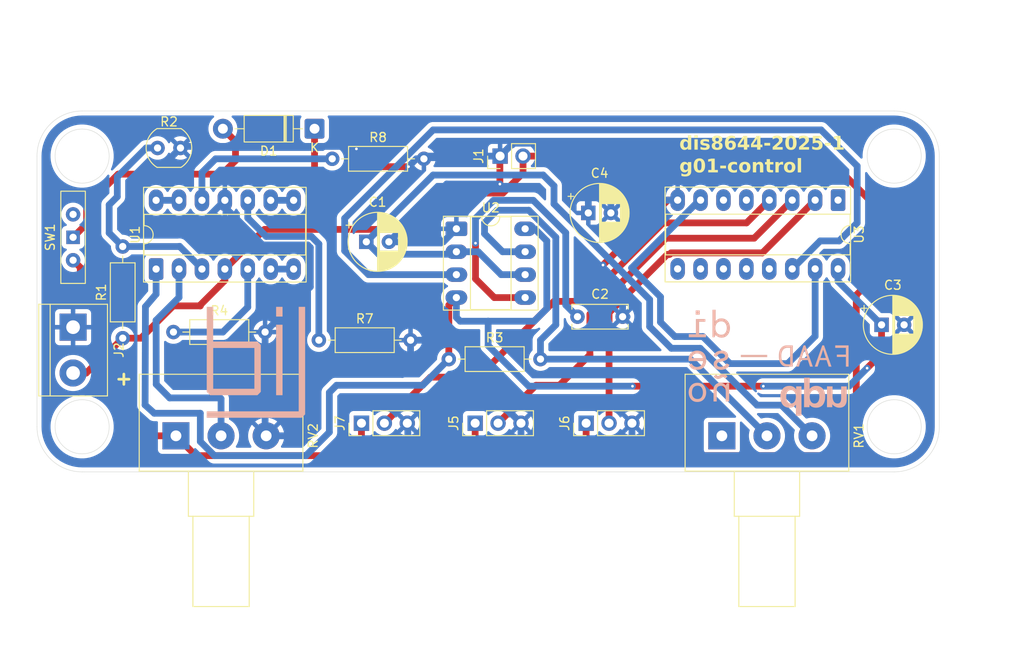
<source format=kicad_pcb>
(kicad_pcb (version 20241229) (generator "pcbnew") (generator_version "9.0")
  (layers (0 "F.Cu" signal) (2 "B.Cu" signal) (13 "F.Paste" user) (15 "B.Paste" user) (5 "F.SilkS" user "F.Silkscreen") (7 "B.SilkS" user "B.Silkscreen") (1 "F.Mask" user) (3 "B.Mask" user) (25 "Edge.Cuts" user))
  (net 0 "")
  (net 1 "Net-(U2-THR)")
  (net 2 "GND")
  (net 3 "Net-(U2-CV)")
  (net 4 "Net-(U2-R)")
  (net 5 "Vcc")
  (net 6 "Net-(U1A-+)")
  (net 7 "Net-(U2-DIS)")
  (net 8 "Net-(U1B-+)")
  (net 9 "Net-(U3-CKEN)")
  (net 10 "Net-(U3-Q3)")
  (net 11 "Net-(U1C-+)")
  (net 12 "Net-(U1D-+)")
  (net 14 "Net-(U1A--)")
  (net 15 "Net-(U1D--)")
  (net 16 "Net-(U1B--)")
  (net 17 "Net-(U1C--)")
  (net 18 "Net-(U2-Q)")
  (net 20 "PASO2")
  (net 23 "PASO3")
  (net 24 "PASO1")
  (net 29 "Net-(J2-Pin_2)")
  (net 30 "Net-(D1-A)")
  (footprint "Resistor_THT:R_Axial_DIN0207_L6.3mm_D2.5mm_P10.16mm_Horizontal" (layer "F.Cu") (at 71.24 55.4)
    (property "Reference" "R7")
    (property "Value" "10k")
  )
  (footprint "TerminalBlock:TerminalBlock_bornier-2_P5.08mm" (layer "F.Cu") (at 44 53.96 -90)
    (property "Reference" "J2")
    (property "Value" "TERM_BLOCK")
  )
  (footprint "Capacitor_THT:CP_Radial_D6.3mm_P2.50mm" (layer "F.Cu") (at 101.1 41.3)
    (property "Reference" "C4")
    (property "Value" "10uF")
  )
  (footprint "Connector_PinHeader_2.54mm:PinHeader_1x03_P2.54mm_Vertical" (layer "F.Cu") (at 88.56 64.6 90)
    (property "Reference" "J5")
    (property "Value" "ph-3")
  )
  (footprint "Package_DIP:DIP-16_W7.62mm_Socket_LongPads" (layer "F.Cu") (at 128.78 39.88 -90)
    (property "Reference" "U3")
    (property "Value" "4017")
  )
  (footprint "Potentiometer_THT:Potentiometer_Alps_RK163_Single_Horizontal" (layer "F.Cu") (at 55.4 66 90)
    (property "Reference" "RV2")
    (property "Value" "500k")
  )
  (footprint "Button_Switch_THT:SW_Slide-03_Wuerth-WS-SLTV_10x2.5x6.4_P2.54mm" (layer "F.Cu") (at 44 44 90)
    (property "Reference" "SW1")
    (property "Value" "SW_SPDT")
  )
  (footprint "Package_DIP:DIP-8_W7.62mm_Socket_LongPads" (layer "F.Cu") (at 86.48 43.06)
    (property "Reference" "U2")
    (property "Value" "~")
  )
  (footprint "Resistor_THT:R_Axial_DIN0207_L6.3mm_D2.5mm_P10.16mm_Horizontal" (layer "F.Cu") (at 49.5 55.18 90)
    (property "Reference" "R1")
    (property "Value" "10k")
  )
  (footprint "Capacitor_THT:C_Disc_D6.0mm_W2.5mm_P5.00mm" (layer "F.Cu") (at 99.9 52.8)
    (property "Reference" "C2")
    (property "Value" "103n")
  )
  (footprint "Diode_THT:D_DO-41_SOD81_P10.16mm_Horizontal" (layer "F.Cu") (at 70.761084 31.966693 180)
    (property "Reference" "D1")
    (property "Value" "1n4007")
  )
  (footprint "OptoDevice:R_LDR_4.9x4.2mm_P2.54mm_Vertical" (layer "F.Cu") (at 53.36 34.1)
    (property "Reference" "R2")
    (property "Value" "LDR")
  )
  (footprint "Connector_PinHeader_2.54mm:PinHeader_1x03_P2.54mm_Vertical" (layer "F.Cu") (at 75.96 64.6 90)
    (property "Reference" "J7")
    (property "Value" "ph-3")
  )
  (footprint "Resistor_THT:R_Axial_DIN0207_L6.3mm_D2.5mm_P10.16mm_Horizontal" (layer "F.Cu") (at 55.12 54.5)
    (property "Reference" "R4")
    (property "Value" "10k")
  )
  (footprint "Capacitor_THT:CP_Radial_D6.3mm_P2.50mm" (layer "F.Cu") (at 133.6 53.7)
    (property "Reference" "C3")
    (property "Value" "10uF")
  )
  (footprint "Potentiometer_THT:Potentiometer_Alps_RK163_Single_Horizontal" (layer "F.Cu") (at 115.9 66 90)
    (property "Reference" "RV1")
    (property "Value" "500k")
  )
  (footprint "Resistor_THT:R_Axial_DIN0207_L6.3mm_D2.5mm_P10.16mm_Horizontal" (layer "F.Cu") (at 72.72 35.3)
    (property "Reference" "R8")
    (property "Value" "10k")
  )
  (footprint "Package_DIP:DIP-14_W7.62mm_Socket_LongPads" (layer "F.Cu") (at 53.2 47.52 90)
    (property "Reference" "U1")
    (property "Value" "LM324")
  )
  (footprint "Connector_PinHeader_2.54mm:PinHeader_1x02_P2.54mm_Vertical" (layer "F.Cu") (at 91.325 35 90)
    (property "Reference" "J1")
    (property "Value" "ph-2")
  )
  (footprint "Connector_PinHeader_2.54mm:PinHeader_1x03_P2.54mm_Vertical" (layer "F.Cu") (at 100.86 64.6 90)
    (property "Reference" "J6")
    (property "Value" "ph-3")
  )
  (footprint "Capacitor_THT:CP_Radial_D6.3mm_P2.50mm" (layer "F.Cu") (at 76.5 44.5)
    (property "Reference" "C1")
    (property "Value" "10uF")
  )
  (footprint "Resistor_THT:R_Axial_DIN0207_L6.3mm_D2.5mm_P10.16mm_Horizontal" (layer "F.Cu") (at 85.64 57.5)
    (property "Reference" "R3")
    (property "Value" "10k")
  )
  (gr_poly (pts (xy 128.465504 56.254668) (xy 129.648271 56.254668) (xy 129.648271 57) (xy 128.645288 57) (xy 128.645288 57.257888) (xy 129.648271 57.257888) (xy 129.648271 58.33469) (xy 129.945927 58.33469) (xy 129.945927 55.975824) (xy 128.465504 55.975824)) (fill yes) (layer "B.SilkS"))
  (gr_poly (pts (xy 123.317424 60.468751) (xy 123.252896 60.473645) (xy 123.191009 60.481688) (xy 123.13173 60.492788) (xy 123.075021 60.506852) (xy 123.020848 60.523786) (xy 122.969174 60.5435) (xy 122.919964 60.565899) (xy 122.873182 60.590891) (xy 122.828792 60.618384) (xy 122.786759 60.648284) (xy 122.747047 60.680499) (xy 122.709621 60.714937) (xy 122.674444 60.751504) (xy 122.64148 60.790108) (xy 122.610695 60.830657) (xy 122.582053 60.873057) (xy 122.555517 60.917215) (xy 122.531052 60.96304) (xy 122.508622 61.010438) (xy 122.469726 61.109584) (xy 122.438542 61.213911) (xy 122.414785 61.322678) (xy 122.39817 61.435143) (xy 122.38841 61.550565) (xy 122.385221 61.668202) (xy 122.388414 61.785996) (xy 122.398197 61.901863) (xy 122.414878 62.015021) (xy 122.438762 62.124687) (xy 122.4535 62.177965) (xy 122.470154 62.230077) (xy 122.488763 62.280925) (xy 122.509363 62.33041) (xy 122.531994 62.378435) (xy 122.556693 62.424902) (xy 122.5835 62.469713) (xy 122.612451 62.512771) (xy 122.643587 62.553977) (xy 122.676944 62.593233) (xy 122.712562 62.630443) (xy 122.750477 62.665507) (xy 122.79073 62.698329) (xy 122.833358 62.72881) (xy 122.878398 62.756852) (xy 122.925891 62.782358) (xy 122.975873 62.805229) (xy 123.028384 62.825369) (xy 123.08346 62.842679) (xy 123.141142 62.85706) (xy 123.201466 62.868416) (xy 123.264472 62.876649) (xy 123.330197 62.88166) (xy 123.398681 62.883353) (xy 123.447623 62.882584) (xy 123.495556 62.880152) (xy 123.542544 62.875867) (xy 123.588656 62.869538) (xy 123.633956 62.860975) (xy 123.678513 62.849988) (xy 123.722392 62.836387) (xy 123.765661 62.819982) (xy 123.808385 62.800582) (xy 123.850632 62.777999) (xy 123.892468 62.752041) (xy 123.933959 62.722518) (xy 123.975173 62.689241) (xy 124.016176 62.652019) (xy 124.057035 62.610662) (xy 124.097815 62.56498) (xy 124.107102 62.56498) (xy 124.107102 63.770607) (xy 124.72718 63.770607) (xy 124.72718 61.668202) (xy 124.10234 61.668202) (xy 124.100679 61.730646) (xy 124.09557 61.794514) (xy 124.086823 61.859054) (xy 124.074249 61.923513) (xy 124.05766 61.98714) (xy 124.047801 62.018405) (xy 124.036866 62.049181) (xy 124.024834 62.079371) (xy 124.011679 62.108884) (xy 123.997378 62.137624) (xy 123.981909 62.165497) (xy 123.965246 62.192409) (xy 123.947367 62.218267) (xy 123.928247 62.242976) (xy 123.907864 62.266443) (xy 123.886193 62.288572) (xy 123.863211 62.309271) (xy 123.838895 62.328445) (xy 123.813219 62.345999) (xy 123.786162 62.361841) (xy 123.7577 62.375876) (xy 123.727808 62.388009) (xy 123.696463 62.398147) (xy 123.663641 62.406196) (xy 123.62932 62.412062) (xy 123.593474 62.415651) (xy 123.556082 62.416868) (xy 123.518755 62.415597) (xy 123.483103 62.411855) (xy 123.449093 62.405747) (xy 123.416693 62.397376) (xy 123.385871 62.386847) (xy 123.356595 62.374264) (xy 123.328833 62.359731) (xy 123.302553 62.343354) (xy 123.277722 62.325236) (xy 123.254309 62.305482) (xy 123.232282 62.284196) (xy 123.211608 62.261482) (xy 123.192255 62.237446) (xy 123.174191 62.212191) (xy 123.157385 62.185821) (xy 123.141804 62.158442) (xy 123.114188 62.101071) (xy 123.091087 62.040913) (xy 123.072244 61.978803) (xy 123.057403 61.915577) (xy 123.046307 61.852068) (xy 123.038699 61.789112) (xy 123.034323 61.727545) (xy 123.032921 61.668202) (xy 123.034268 61.60901) (xy 123.038486 61.547874) (xy 123.045838 61.485589) (xy 123.056588 61.422948) (xy 123.071001 61.360749) (xy 123.079664 61.330063) (xy 123.089341 61.299786) (xy 123.100066 61.270016) (xy 123.111872 61.240854) (xy 123.124791 61.212398) (xy 123.138857 61.184749) (xy 123.154102 61.158005) (xy 123.170561 61.132266) (xy 123.188265 61.107632) (xy 123.207247 61.084201) (xy 123.227542 61.062073) (xy 123.249181 61.041348) (xy 123.272198 61.022125) (xy 123.296625 61.004503) (xy 123.322497 60.988583) (xy 123.349845 60.974462) (xy 123.378703 60.962241) (xy 123.409104 60.952019) (xy 123.44108 60.943896) (xy 123.474665 60.93797) (xy 123.509892 60.934342) (xy 123.546677 60.933114) (xy 123.583181 60.934289) (xy 123.618411 60.937763) (xy 123.652262 60.943446) (xy 123.684749 60.951247) (xy 123.715888 60.961078) (xy 123.745694 60.97285) (xy 123.774181 60.986473) (xy 123.801365 61.001858) (xy 123.827262 61.018916) (xy 123.851886 61.037559) (xy 123.875252 61.057697) (xy 123.897376 61.07924) (xy 123.918273 61.102101) (xy 123.937958 61.12619) (xy 123.956446 61.151417) (xy 123.973753 61.177694) (xy 124.004882 61.233041) (xy 124.031467 61.291518) (xy 124.053628 61.352413) (xy 124.071488 61.415012) (xy 124.085168 61.478603) (xy 124.094789 61.542473) (xy 124.100473 61.60591) (xy 124.10234 61.668202) (xy 124.72718 61.668202) (xy 124.72718 60.520916) (xy 124.134725 60.520916) (xy 124.134725 60.847861) (xy 124.1252 60.847861) (xy 124.098068 60.806776) (xy 124.06861 60.767371) (xy 124.036777 60.72978) (xy 124.002521 60.694137) (xy 123.965792 60.660575) (xy 123.926542 60.629229) (xy 123.884722 60.600233) (xy 123.840284 60.57372) (xy 123.793177 60.549825) (xy 123.743354 60.528681) (xy 123.690765 60.510422) (xy 123.635362 60.495183) (xy 123.577096 60.483097) (xy 123.515918 60.474299) (xy 123.451779 60.468921) (xy 123.384631 60.467099)) (fill yes) (layer "B.SilkS"))
  (gr_poly (pts (xy 113.085839 56.556882) (xy 112.996632 56.566302) (xy 112.909521 56.582727) (xy 112.825055 56.606232) (xy 112.74378 56.636888) (xy 112.70451 56.654921) (xy 112.666244 56.674769) (xy 112.62905 56.696441) (xy 112.592996 56.719948) (xy 112.55815 56.745296) (xy 112.524582 56.772497) (xy 112.492359 56.801558) (xy 112.46155 56.832489) (xy 112.432224 56.865299) (xy 112.404448 56.899998) (xy 112.378292 56.936593) (xy 112.353824 56.975096) (xy 112.331112 57.015513) (xy 112.310224 57.057856) (xy 112.29123 57.102132) (xy 112.274198 57.148351) (xy 112.257358 57.193927) (xy 112.243622 57.241118) (xy 112.232711 57.289296) (xy 112.224348 57.337831) (xy 112.218253 57.386096) (xy 112.214148 57.433462) (xy 112.211756 57.4793) (xy 112.210797 57.522981) (xy 112.212067 57.601361) (xy 112.215731 57.663572) (xy 112.221334 57.719375) (xy 113.809625 57.719375) (xy 113.805505 57.783461) (xy 113.796197 57.844547) (xy 113.781994 57.902573) (xy 113.763189 57.957478) (xy 113.740074 58.009203) (xy 113.712944 58.057686) (xy 113.682089 58.102868) (xy 113.647804 58.144688) (xy 113.610381 58.183087) (xy 113.570113 58.218003) (xy 113.527292 58.249377) (xy 113.482213 58.277148) (xy 113.435166 58.301257) (xy 113.386446 58.321642) (xy 113.336344 58.338243) (xy 113.285155 58.351001) (xy 113.23317 58.359856) (xy 113.180683 58.364745) (xy 113.127986 58.365611) (xy 113.075373 58.362392) (xy 113.023135 58.355027) (xy 112.971567 58.343458) (xy 112.920959 58.327623) (xy 112.871607 58.307462) (xy 112.823802 58.282915) (xy 112.777837 58.253922) (xy 112.734005 58.220423) (xy 112.692599 58.182356) (xy 112.653911 58.139663) (xy 112.618235 58.092282) (xy 112.585864 58.040154) (xy 112.557089 57.983218) (xy 112.284673 58.122758) (xy 112.289436 58.155382) (xy 112.307989 58.200066) (xy 112.327774 58.242358) (xy 112.348762 58.282312) (xy 112.370922 58.319985) (xy 112.394224 58.35543) (xy 112.418639 58.388703) (xy 112.444135 58.419859) (xy 112.470683 58.448953) (xy 112.498253 58.476039) (xy 112.526814 58.501174) (xy 112.556337 58.524412) (xy 112.586791 58.545807) (xy 112.618146 58.565416) (xy 112.650373 58.583292) (xy 112.68344 58.599492) (xy 112.717318 58.61407) (xy 112.751976 58.627081) (xy 112.787385 58.63858) (xy 112.823515 58.648622) (xy 112.860334 58.657263) (xy 112.897814 58.664556) (xy 112.935924 58.670558) (xy 112.974634 58.675324) (xy 113.013913 58.678907) (xy 113.094061 58.682749) (xy 113.176126 58.682524) (xy 113.259868 58.678674) (xy 113.345045 58.671637) (xy 113.438993 58.657345) (xy 113.527485 58.63401) (xy 113.610482 58.602208) (xy 113.687944 58.562515) (xy 113.759834 58.515507) (xy 113.826112 58.461761) (xy 113.88674 58.401853) (xy 113.941678 58.336361) (xy 113.990889 58.265859) (xy 114.034333 58.190926) (xy 114.071971 58.112136) (xy 114.103765 58.030068) (xy 114.129677 57.945297) (xy 114.149666 57.858399) (xy 114.163696 57.769952) (xy 114.171725 57.680531) (xy 114.173717 57.590713) (xy 114.169633 57.501074) (xy 114.159432 57.412192) (xy 114.154539 57.386) (xy 113.785812 57.386) (xy 112.595188 57.386) (xy 112.601445 57.322662) (xy 112.613446 57.263631) (xy 112.630818 57.208885) (xy 112.653185 57.158403) (xy 112.680172 57.112162) (xy 112.711405 57.07014) (xy 112.746508 57.032314) (xy 112.785108 56.998663) (xy 112.826829 56.969165) (xy 112.871296 56.943798) (xy 112.918135 56.922539) (xy 112.96697 56.905366) (xy 113.017428 56.892258) (xy 113.069133 56.883192) (xy 113.12171 56.878145) (xy 113.174785 56.877097) (xy 113.227982 56.880024) (xy 113.280928 56.886905) (xy 113.333246 56.897718) (xy 113.384563 56.91244) (xy 113.434504 56.93105) (xy 113.482693 56.953525) (xy 113.528757 56.979843) (xy 113.572319 57.009982) (xy 113.613006 57.04392) (xy 113.650442 57.081635) (xy 113.684253 57.123104) (xy 113.714065 57.168307) (xy 113.739501 57.217219) (xy 113.760187 57.269821) (xy 113.775749 57.326088) (xy 113.785812 57.386) (xy 114.154539 57.386) (xy 114.143078 57.324642) (xy 114.12053 57.239001) (xy 114.09175 57.155845) (xy 114.0567 57.075751) (xy 114.015341 56.999296) (xy 113.967633 56.927055) (xy 113.913539 56.859605) (xy 113.853019 56.797523) (xy 113.786035 56.741385) (xy 113.712547 56.691768) (xy 113.632518 56.649248) (xy 113.545908 56.614401) (xy 113.452678 56.587805) (xy 113.360562 56.56993) (xy 113.268351 56.558769) (xy 113.176595 56.554395)) (fill yes) (layer "B.SilkS"))
  (gr_poly (pts (xy 113.109253 60.124459) (xy 112.994823 60.139635) (xy 112.888452 60.166079) (xy 112.790103 60.202994) (xy 112.699741 60.249581) (xy 112.617331 60.305041) (xy 112.542837 60.368578) (xy 112.476224 60.439393) (xy 112.417457 60.516688) (xy 112.366501 60.599665) (xy 112.32332 60.687526) (xy 112.287879 60.779472) (xy 112.260142 60.874707) (xy 112.240075 60.972431) (xy 112.227641 61.071847) (xy 112.222806 61.172156) (xy 112.225535 61.272562) (xy 112.235791 61.372264) (xy 112.25354 61.470467) (xy 112.278746 61.56637) (xy 112.311375 61.659178) (xy 112.35139 61.74809) (xy 112.398756 61.83231) (xy 112.453439 61.911039) (xy 112.515402 61.98348) (xy 112.58461 62.048833) (xy 112.661029 62.106302) (xy 112.744623 62.155088) (xy 112.835356 62.194393) (xy 112.933193 62.223419) (xy 113.038099 62.241368) (xy 113.168392 62.249826) (xy 113.29043 62.24563) (xy 113.404264 62.229565) (xy 113.509944 62.202417) (xy 113.607521 62.164972) (xy 113.697043 62.118014) (xy 113.778563 62.06233) (xy 113.85213 61.998703) (xy 113.917794 61.927921) (xy 113.975605 61.850767) (xy 114.025614 61.768028) (xy 114.067871 61.680488) (xy 114.102426 61.588934) (xy 114.12933 61.49415) (xy 114.148632 61.396922) (xy 114.160383 61.298036) (xy 114.164633 61.198275) (xy 114.164631 61.198232) (xy 113.800934 61.198232) (xy 113.798894 61.261106) (xy 113.79335 61.323464) (xy 113.784292 61.384888) (xy 113.771714 61.44496) (xy 113.755606 61.503262) (xy 113.73596 61.559376) (xy 113.712769 61.612884) (xy 113.686024 61.663368) (xy 113.655717 61.71041) (xy 113.621839 61.753593) (xy 113.584383 61.792498) (xy 113.54334 61.826707) (xy 113.498703 61.855803) (xy 113.450462 61.879368) (xy 113.39861 61.896983) (xy 113.343139 61.908231) (xy 113.283344 61.914831) (xy 113.226193 61.917831) (xy 113.171662 61.917345) (xy 113.119728 61.91349) (xy 113.070368 61.906381) (xy 113.023559 61.896132) (xy 112.979277 61.88286) (xy 112.9375 61.866678) (xy 112.898205 61.847704) (xy 112.861368 61.826051) (xy 112.826966 61.801836) (xy 112.794976 61.775173) (xy 112.765375 61.746178) (xy 112.738141 61.714966) (xy 112.713249 61.681653) (xy 112.690677 61.646353) (xy 112.670401 61.609182) (xy 112.652399 61.570256) (xy 112.636647 61.529689) (xy 112.623123 61.487596) (xy 112.611802 61.444094) (xy 112.602663 61.399297) (xy 112.595682 61.353321) (xy 112.590835 61.306281) (xy 112.588101 61.258292) (xy 112.587455 61.209469) (xy 112.588874 61.159928) (xy 112.592336 61.109785) (xy 112.597817 61.059154) (xy 112.605294 61.00815) (xy 112.614745 60.956889) (xy 112.626145 60.905487) (xy 112.634756 60.872818) (xy 112.644586 60.841299) (xy 112.655605 60.810937) (xy 112.667786 60.781736) (xy 112.681099 60.753706) (xy 112.695516 60.726851) (xy 112.711008 60.701179) (xy 112.727546 60.676697) (xy 112.745101 60.65341) (xy 112.763646 60.631327) (xy 112.78315 60.610453) (xy 112.803585 60.590794) (xy 112.824923 60.572359) (xy 112.847135 60.555153) (xy 112.870192 60.539184) (xy 112.894066 60.524457) (xy 112.918727 60.510979) (xy 112.944147 60.498758) (xy 112.970297 60.487799) (xy 112.997148 60.47811) (xy 113.024672 60.469697) (xy 113.05284 60.462567) (xy 113.081624 60.456727) (xy 113.110994 60.452182) (xy 113.140921 60.44894) (xy 113.171378 60.447008) (xy 113.202334 60.446392) (xy 113.233763 60.447099) (xy 113.265634 60.449135) (xy 113.297919 60.452508) (xy 113.33059 60.457223) (xy 113.363617 60.463288) (xy 113.363617 60.463051) (xy 113.416538 60.477348) (xy 113.466086 60.497816) (xy 113.512252 60.524036) (xy 113.555027 60.555592) (xy 113.594405 60.592063) (xy 113.630376 60.633034) (xy 113.662933 60.678086) (xy 113.692067 60.7268) (xy 113.71777 60.77876) (xy 113.740033 60.833546) (xy 113.75885 60.890742) (xy 113.774211 60.949929) (xy 113.786108 61.01069) (xy 113.794533 61.072605) (xy 113.799478 61.135259) (xy 113.800934 61.198232) (xy 114.164631 61.198232) (xy 114.161432 61.098427) (xy 114.150831 60.999276) (xy 114.132879 60.901608) (xy 114.107628 60.806208) (xy 114.075127 60.713861) (xy 114.035426 60.625352) (xy 113.988575 60.541468) (xy 113.934626 60.462993) (xy 113.873628 60.390713) (xy 113.805631 60.325414) (xy 113.730686 60.267879) (xy 113.648842 60.218896) (xy 113.560151 60.179249) (xy 113.464662 60.149723) (xy 113.362425 60.131104) (xy 113.231775 60.12135)) (fill yes) (layer "B.SilkS"))
  (gr_poly (pts (xy 115.690901 60.120717) (xy 115.646742 60.123645) (xy 115.602838 60.129049) (xy 115.559324 60.13693) (xy 115.516335 60.147288) (xy 115.474008 60.160124) (xy 115.432476 60.17544) (xy 115.391876 60.193237) (xy 115.352343 60.213515) (xy 115.314013 60.236276) (xy 115.27702 60.26152) (xy 115.2415 60.289248) (xy 115.207589 60.319462) (xy 115.175421 60.352163) (xy 115.145133 60.387351) (xy 115.11686 60.425028) (xy 115.090737 60.465195) (xy 115.078777 60.485526) (xy 115.067219 60.506338) (xy 115.056115 60.527629) (xy 115.045515 60.549401) (xy 115.035471 60.571652) (xy 115.026033 60.594384) (xy 115.017251 60.617596) (xy 115.009178 60.641287) (xy 115.001864 60.665459) (xy 114.99536 60.69011) (xy 114.989717 60.715242) (xy 114.984986 60.740853) (xy 114.981217 60.766945) (xy 114.978462 60.793517) (xy 114.976772 60.820568) (xy 114.976197 60.8481) (xy 114.976197 62.196362) (xy 114.976318 62.196244) (xy 114.976438 62.196125) (xy 115.333625 62.196125) (xy 115.333625 60.870245) (xy 115.334284 60.844467) (xy 115.336233 60.819549) (xy 115.33943 60.795487) (xy 115.343834 60.77228) (xy 115.349405 60.749924) (xy 115.356101 60.728417) (xy 115.363881 60.707756) (xy 115.372704 60.687938) (xy 115.382528 60.668961) (xy 115.393312 60.650822) (xy 115.405015 60.633518) (xy 115.417596 60.617047) (xy 115.431014 60.601405) (xy 115.445227 60.586591) (xy 115.460195 60.572601) (xy 115.475875 60.559433) (xy 115.492227 60.547083) (xy 115.50921 60.535551) (xy 115.526782 60.524831) (xy 115.544903 60.514923) (xy 115.56353 60.505823) (xy 115.582624 60.497528) (xy 115.602141 60.490036) (xy 115.622043 60.483345) (xy 115.642286 60.47745) (xy 115.66283 60.472351) (xy 115.704657 60.464525) (xy 115.747194 60.459845) (xy 115.79011 60.45829) (xy 115.823646 60.459045) (xy 115.85612 60.461295) (xy 115.887532 60.465016) (xy 115.917881 60.470187) (xy 115.947168 60.476782) (xy 115.975392 60.484779) (xy 116.002554 60.494156) (xy 116.028652 60.504888) (xy 116.053687 60.516952) (xy 116.077659 60.530326) (xy 116.100567 60.544986) (xy 116.122412 60.560908) (xy 116.143192 60.578071) (xy 116.162909 60.59645) (xy 116.181561 60.616022) (xy 116.199149 60.636764) (xy 116.215673 60.658653) (xy 116.231131 60.681666) (xy 116.245525 60.70578) (xy 116.258853 60.73097) (xy 116.271117 60.757215) (xy 116.282314 60.784491) (xy 116.292447 60.812774) (xy 116.301513 60.842042) (xy 116.309513 60.872272) (xy 116.316448 60.903439) (xy 116.322315 60.935522) (xy 116.327117 60.968496) (xy 116.330852 61.002339) (xy 116.333519 61.037027) (xy 116.335654 61.108846) (xy 116.335654 62.196125) (xy 116.714511 62.196125) (xy 116.714511 60.172063) (xy 116.479243 60.172063) (xy 116.46305 60.195098) (xy 116.422926 60.253293) (xy 116.397853 60.290462) (xy 116.371551 60.330285) (xy 116.345606 60.370717) (xy 116.321604 60.409711) (xy 116.291782 60.373168) (xy 116.26005 60.339084) (xy 116.226541 60.307461) (xy 116.191391 60.278299) (xy 116.154736 60.2516) (xy 116.116711 60.227364) (xy 116.077452 60.205592) (xy 116.037094 60.186287) (xy 115.995771 60.169447) (xy 115.95362 60.155075) (xy 115.910777 60.143172) (xy 115.867375 60.133738) (xy 115.823552 60.126774) (xy 115.779441 60.122282) (xy 115.735179 60.120263)) (fill yes) (layer "B.SilkS"))
  (gr_poly (pts (xy 115.828693 56.550662) (xy 115.759764 56.555208) (xy 115.69105 56.56416) (xy 115.622994 56.577503) (xy 115.556037 56.595224) (xy 115.490624 56.617307) (xy 115.427196 56.643738) (xy 115.366196 56.674502) (xy 115.308066 56.709585) (xy 115.25325 56.748973) (xy 115.202191 56.792651) (xy 115.15533 56.840604) (xy 115.11311 56.892818) (xy 115.075974 56.949278) (xy 115.066546 56.965722) (xy 115.057894 56.981526) (xy 115.042822 57.010986) (xy 115.030575 57.037193) (xy 115.020967 57.059679) (xy 115.013816 57.07798) (xy 115.008935 57.091629) (xy 115.005252 57.103108) (xy 115.298621 57.264318) (xy 115.327007 57.210758) (xy 115.35671 57.161168) (xy 115.372099 57.137864) (xy 115.387867 57.115555) (xy 115.404033 57.094242) (xy 115.420612 57.073926) (xy 115.437622 57.054609) (xy 115.45508 57.03629) (xy 115.473003 57.018971) (xy 115.491407 57.002652) (xy 115.510309 56.987335) (xy 115.529726 56.973021) (xy 115.549675 56.95971) (xy 115.570173 56.947404) (xy 115.591237 56.936103) (xy 115.612884 56.925808) (xy 115.63513 56.91652) (xy 115.657993 56.90824) (xy 115.681489 56.90097) (xy 115.705635 56.894709) (xy 115.730448 56.889458) (xy 115.755945 56.88522) (xy 115.782142 56.881994) (xy 115.809058 56.879782) (xy 115.836707 56.878584) (xy 115.865109 56.878401) (xy 115.894278 56.879235) (xy 115.924233 56.881086) (xy 115.954989 56.883955) (xy 115.986565 56.887843) (xy 116.011665 56.892183) (xy 116.035731 56.898092) (xy 116.058723 56.90548) (xy 116.080603 56.914259) (xy 116.101335 56.924342) (xy 116.12088 56.935639) (xy 116.1392 56.948063) (xy 116.156258 56.961524) (xy 116.172015 56.975936) (xy 116.186435 56.991209) (xy 116.199478 57.007255) (xy 116.211107 57.023986) (xy 116.221284 57.041314) (xy 116.229972 57.05915) (xy 116.237132 57.077406) (xy 116.242727 57.095994) (xy 116.246719 57.114826) (xy 116.24907 57.133812) (xy 116.249742 57.152866) (xy 116.248697 57.171898) (xy 116.245898 57.19082) (xy 116.241307 57.209545) (xy 116.234885 57.227983) (xy 116.226595 57.246046) (xy 116.216399 57.263647) (xy 116.20426 57.280696) (xy 116.190138 57.297106) (xy 116.173998 57.312788) (xy 116.1558 57.327654) (xy 116.135507 57.341616) (xy 116.113081 57.354585) (xy 116.088484 57.366473) (xy 116.019715 57.392656) (xy 115.94422 57.41479) (xy 115.863461 57.434111) (xy 115.778899 57.451855) (xy 115.604213 57.487559) (xy 115.517012 57.507991) (xy 115.431854 57.531791) (xy 115.350202 57.560196) (xy 115.273515 57.594441) (xy 115.237491 57.61414) (xy 115.203257 57.635762) (xy 115.170995 57.659463) (xy 115.140888 57.685397) (xy 115.113119 57.713718) (xy 115.08787 57.744581) (xy 115.065324 57.77814) (xy 115.045665 57.814551) (xy 115.029073 57.853966) (xy 115.015733 57.896541) (xy 115.005827 57.942431) (xy 114.999538 57.99179) (xy 114.996701 58.063769) (xy 115.000806 58.13163) (xy 115.011486 58.195411) (xy 115.028375 58.255149) (xy 115.051109 58.310879) (xy 115.079321 58.362638) (xy 115.112646 58.410464) (xy 115.150718 58.454392) (xy 115.193171 58.49446) (xy 115.239639 58.530703) (xy 115.289756 58.563159) (xy 115.343158 58.591865) (xy 115.399478 58.616856) (xy 115.45835 58.638169) (xy 115.519409 58.655842) (xy 115.582289 58.66991) (xy 115.646625 58.680411) (xy 115.71205 58.68738) (xy 115.778198 58.690855) (xy 115.844705 58.690872) (xy 115.911204 58.687469) (xy 115.97733 58.68068) (xy 116.042716 58.670544) (xy 116.106998 58.657096) (xy 116.169809 58.640373) (xy 116.230783 58.620413) (xy 116.289556 58.597251) (xy 116.345761 58.570924) (xy 116.399032 58.541469) (xy 116.449004 58.508923) (xy 116.495311 58.473321) (xy 116.537587 58.434701) (xy 116.5635 58.407721) (xy 116.587588 58.380618) (xy 116.609871 58.353649) (xy 116.63037 58.327073) (xy 116.649107 58.301145) (xy 116.666103 58.276123) (xy 116.68138 58.252264) (xy 116.694958 58.229825) (xy 116.717104 58.190235) (xy 116.732712 58.159411) (xy 116.744994 58.132283) (xy 116.418763 57.965118) (xy 116.418522 57.96512) (xy 116.414137 57.977699) (xy 116.409466 57.990085) (xy 116.404515 58.002289) (xy 116.39929 58.014327) (xy 116.393796 58.026209) (xy 116.388037 58.037949) (xy 116.38202 58.04956) (xy 116.375749 58.061055) (xy 116.36923 58.072447) (xy 116.362468 58.083748) (xy 116.348235 58.106131) (xy 116.333092 58.128308) (xy 116.317082 58.150382) (xy 116.302123 58.168272) (xy 116.284554 58.185652) (xy 116.264546 58.202471) (xy 116.242274 58.218676) (xy 116.217909 58.234215) (xy 116.191625 58.249037) (xy 116.133989 58.276321) (xy 116.070748 58.30011) (xy 116.003285 58.319991) (xy 115.932981 58.335545) (xy 115.86122 58.346359) (xy 115.789384 58.352016) (xy 115.718855 58.3521) (xy 115.684512 58.349922) (xy 115.651015 58.346196) (xy 115.618536 58.340868) (xy 115.587247 58.333887) (xy 115.557322 58.325201) (xy 115.528933 58.314758) (xy 115.502253 58.302507) (xy 115.477455 58.288394) (xy 115.454712 58.272368) (xy 115.434196 58.254378) (xy 115.416081 58.23437) (xy 115.400539 58.212294) (xy 115.390898 58.19538) (xy 115.382756 58.178539) (xy 115.37607 58.161793) (xy 115.3708 58.14516) (xy 115.366905 58.128663) (xy 115.364343 58.112322) (xy 115.363074 58.096156) (xy 115.363057 58.080187) (xy 115.364249 58.064434) (xy 115.366611 58.04892) (xy 115.370102 58.033663) (xy 115.374679 58.018684) (xy 115.380303 58.004005) (xy 115.386931 57.989645) (xy 115.394524 57.975625) (xy 115.403039 57.961965) (xy 115.412437 57.948686) (xy 115.422675 57.935809) (xy 115.433712 57.923353) (xy 115.445508 57.91134) (xy 115.458022 57.89979) (xy 115.471212 57.888723) (xy 115.485038 57.87816) (xy 115.499458 57.868121) (xy 115.514431 57.858628) (xy 115.529916 57.849699) (xy 115.545872 57.841357) (xy 115.562258 57.83362) (xy 115.579034 57.826511) (xy 115.596157 57.820049) (xy 115.613586 57.814254) (xy 115.631282 57.809148) (xy 115.702073 57.791699) (xy 115.774875 57.776045) (xy 115.919562 57.748456) (xy 116.051434 57.723055) (xy 116.108219 57.710136) (xy 116.133563 57.70344) (xy 116.156585 57.696516) (xy 116.189628 57.685222) (xy 116.223515 57.6724) (xy 116.257896 57.65803) (xy 116.292421 57.64209) (xy 116.326739 57.624559) (xy 116.360501 57.605416) (xy 116.393355 57.584642) (xy 116.424953 57.562213) (xy 116.454943 57.538111) (xy 116.482975 57.512313) (xy 116.5087 57.484799) (xy 116.520587 57.470392) (xy 116.531766 57.455548) (xy 116.542193 57.440264) (xy 116.551825 57.424539) (xy 116.560616 57.408368) (xy 116.568525 57.391751) (xy 116.575506 57.374683) (xy 116.581516 57.357162) (xy 116.586512 57.339187) (xy 116.590449 57.320754) (xy 116.60154 57.238826) (xy 116.604436 57.161579) (xy 116.599579 57.089001) (xy 116.587412 57.021075) (xy 116.568378 56.957787) (xy 116.542919 56.899124) (xy 116.511477 56.84507) (xy 116.474496 56.79561) (xy 116.432418 56.750731) (xy 116.385686 56.710418) (xy 116.334743 56.674656) (xy 116.28003 56.64343) (xy 116.221991 56.616727) (xy 116.161068 56.594532) (xy 116.097705 56.576829) (xy 116.032343 56.563606) (xy 115.965425 56.554846) (xy 115.897394 56.550537)) (fill yes) (layer "B.SilkS"))
  (gr_poly (pts (xy 66.5 52.784627) (xy 67.214375 52.784627) (xy 67.214375 51.705444) (xy 66.5 51.705444)) (fill yes) (layer "B.SilkS"))
  (gr_poly (pts (xy 58.814279 51.705683) (xy 58.811184 61.124001) (xy 58.811182 61.124002) (xy 58.811184 61.124003) (xy 58.811184 61.124241) (xy 59.187183 61.500239) (xy 64.429981 61.500239) (xy 64.80598 61.124241) (xy 64.80598 60.785628) (xy 64.091605 60.785628) (xy 59.528653 60.785628) (xy 59.528653 56.265301) (xy 64.091605 56.265301) (xy 64.091605 60.785628) (xy 64.80598 60.785628) (xy 64.80598 55.926925) (xy 64.429981 55.550926) (xy 59.528653 55.550926) (xy 59.528653 51.705444) (xy 58.814278 51.705444)) (fill yes) (layer "B.SilkS"))
  (gr_poly (pts (xy 126.853875 56.470647) (xy 126.854113 56.470648) (xy 126.200936 58.33469) (xy 126.512403 58.33469) (xy 126.749338 57.609599) (xy 127.505146 57.609599) (xy 127.742081 58.33469) (xy 128.053548 58.33469) (xy 127.716113 57.371714) (xy 127.427279 57.371714) (xy 126.826966 57.371714) (xy 127.121288 56.470648) (xy 127.132719 56.470648) (xy 127.427279 57.371714) (xy 127.716113 57.371714) (xy 127.400372 56.470647) (xy 127.227016 55.975824) (xy 127.027229 55.975824)) (fill yes) (layer "B.SilkS"))
  (gr_poly (pts (xy 118.000149 57.280272) (xy 120.930514 57.280272) (xy 120.930514 57.027859) (xy 118.000149 57.027859)) (fill yes) (layer "B.SilkS"))
  (gr_poly (pts (xy 116.007314 59.167691) (xy 115.981285 59.169477) (xy 115.955306 59.172302) (xy 115.929428 59.176163) (xy 115.903704 59.18106) (xy 115.878185 59.186989) (xy 115.852924 59.19395) (xy 115.827972 59.201941) (xy 115.809723 59.208807) (xy 115.791546 59.216757) (xy 115.755409 59.235293) (xy 115.71957 59.256316) (xy 115.68404 59.278595) (xy 115.648828 59.3009) (xy 115.613944 59.321998) (xy 115.579398 59.340659) (xy 115.562254 59.348691) (xy 115.545198 59.355651) (xy 115.528232 59.361387) (xy 115.511357 59.365743) (xy 115.494573 59.368567) (xy 115.477882 59.369703) (xy 115.461285 59.369) (xy 115.444783 59.366301) (xy 115.428379 59.361454) (xy 115.412072 59.354304) (xy 115.395864 59.344699) (xy 115.379756 59.332482) (xy 115.36375 59.317502) (xy 115.347847 59.299604) (xy 115.332048 59.278633) (xy 115.316353 59.254437) (xy 115.300766 59.22686) (xy 115.285352 59.195885) (xy 115.001441 59.420064) (xy 115.017406 59.443013) (xy 115.033863 59.464977) (xy 115.050802 59.485955) (xy 115.068213 59.505944) (xy 115.086088 59.524941) (xy 115.104417 59.542945) (xy 115.123191 59.559954) (xy 115.142399 59.575965) (xy 115.162034 59.590976) (xy 115.182086 59.604984) (xy 115.202544 59.617988) (xy 115.2234 59.629985) (xy 115.244645 59.640974) (xy 115.266269 59.650951) (xy 115.288262 59.659914) (xy 115.310616 59.667863) (xy 115.33332 59.674793) (xy 115.356366 59.680703) (xy 115.379745 59.685591) (xy 115.403446 59.689454) (xy 115.42746 59.692291) (xy 115.451779 59.694099) (xy 115.476392 59.694875) (xy 115.501291 59.694618) (xy 115.526465 59.693326) (xy 115.551906 59.690995) (xy 115.577604 59.687625) (xy 115.60355 59.683212) (xy 115.629734 59.677754) (xy 115.656148 59.67125) (xy 115.682781 59.663697) (xy 115.709624 59.655093) (xy 115.727264 59.648571) (xy 115.744864 59.641105) (xy 115.779933 59.623873) (xy 115.814806 59.604459) (xy 115.849455 59.583927) (xy 115.917984 59.543763) (xy 115.951812 59.526259) (xy 115.968605 59.518616) (xy 115.985313 59.511891) (xy 116.001934 59.506215) (xy 116.018463 59.501722) (xy 116.034898 59.498545) (xy 116.051236 59.496817) (xy 116.067472 59.49667) (xy 116.083605 59.498238) (xy 116.099631 59.501654) (xy 116.115546 59.50705) (xy 116.131347 59.514559) (xy 116.147031 59.524315) (xy 116.162595 59.536451) (xy 116.178036 59.551098) (xy 116.19335 59.568391) (xy 116.208534 59.588462) (xy 116.223586 59.611445) (xy 116.2385 59.637471) (xy 116.273504 59.64914) (xy 116.522107 59.465307) (xy 116.511731 59.440599) (xy 116.500106 59.41697) (xy 116.487283 59.394419) (xy 116.473314 59.372945) (xy 116.458251 59.352546) (xy 116.442146 59.333219) (xy 116.425051 59.314964) (xy 116.407018 59.297779) (xy 116.3881 59.281662) (xy 116.368347 59.266611) (xy 116.347812 59.252625) (xy 116.326547 59.239702) (xy 116.304604 59.22784) (xy 116.282035 59.217038) (xy 116.258892 59.207295) (xy 116.235226 59.198608) (xy 116.21109 59.190975) (xy 116.186536 59.184396) (xy 116.161616 59.178868) (xy 116.136382 59.17439) (xy 116.110885 59.170961) (xy 116.085178 59.168578) (xy 116.059312 59.167239) (xy 116.03334 59.166944)) (fill yes) (layer "B.SilkS"))
  (gr_poly (pts (xy 123.073641 55.976062) (xy 123.027997 55.977281) (xy 122.983115 55.980921) (xy 122.93904 55.986958) (xy 122.895818 55.995366) (xy 122.853493 56.006123) (xy 122.81211 56.019201) (xy 122.771715 56.034578) (xy 122.732352 56.052229) (xy 122.694066 56.072128) (xy 122.656904 56.094251) (xy 122.620908 56.118574) (xy 122.586126 56.145072) (xy 122.552601 56.17372) (xy 122.520379 56.204494) (xy 122.489504 56.237368) (xy 122.460022 56.272319) (xy 122.431979 56.309322) (xy 122.405418 56.348352) (xy 122.380384 56.389385) (xy 122.356924 56.432395) (xy 122.335082 56.477358) (xy 122.314903 56.52425) (xy 122.296432 56.573046) (xy 122.279714 56.623721) (xy 122.264794 56.676251) (xy 122.251717 56.730611) (xy 122.231274 56.844722) (xy 122.218743 56.965858) (xy 122.214486 57.093821) (xy 122.214486 57.216931) (xy 122.215558 57.281733) (xy 122.218743 57.344855) (xy 122.223997 57.406273) (xy 122.231273 57.465962) (xy 122.240529 57.523897) (xy 122.251717 57.580053) (xy 122.264794 57.634406) (xy 122.279714 57.686931) (xy 122.296432 57.737603) (xy 122.314903 57.786397) (xy 122.335082 57.833289) (xy 122.356924 57.878253) (xy 122.380384 57.921266) (xy 122.405417 57.962302) (xy 122.431978 58.001336) (xy 122.460022 58.038344) (xy 122.489504 58.073301) (xy 122.520378 58.106182) (xy 122.5526 58.136963) (xy 122.586125 58.165618) (xy 122.620908 58.192123) (xy 122.656903 58.216453) (xy 122.694066 58.238584) (xy 122.732351 58.25849) (xy 122.771714 58.276147) (xy 122.812109 58.29153) (xy 122.853492 58.304615) (xy 122.895817 58.315376) (xy 122.93904 58.323789) (xy 122.983114 58.329829) (xy 123.027996 58.333471) (xy 123.07364 58.33469) (xy 123.765156 58.33469) (xy 123.765156 58.065131) (xy 123.46726 58.065131) (xy 123.156508 58.065131) (xy 123.121383 58.064192) (xy 123.086844 58.061389) (xy 123.052925 58.05674) (xy 123.019662 58.050265) (xy 122.987089 58.041983) (xy 122.95524 58.031912) (xy 122.924151 58.020072) (xy 122.893856 58.006482) (xy 122.864389 57.99116) (xy 122.835786 57.974126) (xy 122.808082 57.9554) (xy 122.78131 57.934999) (xy 122.755506 57.912943) (xy 122.730704 57.889252) (xy 122.706939 57.863943) (xy 122.684246 57.837037) (xy 122.66266 57.808552) (xy 122.642214 57.778508) (xy 122.622944 57.746922) (xy 122.604885 57.713816) (xy 122.588072 57.679206) (xy 122.572538 57.643113) (xy 122.558319 57.605556) (xy 122.545449 57.566553) (xy 122.533963 57.526125) (xy 122.523896 57.484288) (xy 122.508158 57.396471) (xy 122.498511 57.303252) (xy 122.495234 57.204786) (xy 122.495234 57.11025) (xy 122.496059 57.06037) (xy 122.498511 57.011784) (xy 122.502556 56.964509) (xy 122.508158 56.918566) (xy 122.515283 56.873972) (xy 122.523896 56.830748) (xy 122.533963 56.788911) (xy 122.545449 56.748482) (xy 122.558319 56.70948) (xy 122.572538 56.671923) (xy 122.588072 56.63583) (xy 122.604885 56.60122) (xy 122.622944 56.568113) (xy 122.642214 56.536528) (xy 122.66266 56.506484) (xy 122.684246 56.477999) (xy 122.706939 56.451092) (xy 122.730704 56.425784) (xy 122.755506 56.402092) (xy 122.78131 56.380037) (xy 122.808082 56.359636) (xy 122.835786 56.340909) (xy 122.864389 56.323876) (xy 122.893856 56.308554) (xy 122.924151 56.294964) (xy 122.95524 56.283123) (xy 122.987089 56.273053) (xy 123.019662 56.26477) (xy 123.052925 56.258295) (xy 123.086844 56.253646) (xy 123.121383 56.250843) (xy 123.156508 56.249905) (xy 123.46726 56.249905) (xy 123.46726 58.065131) (xy 123.765156 58.065131) (xy 123.765156 55.975824) (xy 123.07364 55.975824)) (fill yes) (layer "B.SilkS"))
  (gr_poly (pts (xy 115.285352 59.195885) (xy 115.285523 59.19575) (xy 115.285285 59.19575)) (fill yes) (layer "B.SilkS"))
  (gr_poly (pts (xy 69.003884 63.287369) (xy 58.811182 63.287369) (xy 58.811182 64.001744) (xy 69.3294 64.001744) (xy 69.718735 63.621934) (xy 69.718259 51.705444) (xy 69.003884 51.705444)) (fill yes) (layer "B.SilkS"))
  (gr_poly (pts (xy 113 52.575875) (xy 113.452438 52.575875) (xy 113.452438 52.099625) (xy 113 52.099625)) (fill yes) (layer "B.SilkS"))
  (gr_poly (pts (xy 66.5 61.5) (xy 67.214375 61.5) (xy 67.214375 53.689503) (xy 66.5 53.689503)) (fill yes) (layer "B.SilkS"))
  (gr_poly (pts (xy 127.552295 62.829776) (xy 128.140226 62.829776) (xy 128.140226 62.516166) (xy 128.14975 62.516166) (xy 128.18625 62.557177) (xy 128.224558 62.596209) (xy 128.26464 62.633171) (xy 128.306463 62.66797) (xy 128.349991 62.700515) (xy 128.395193 62.730712) (xy 128.442033 62.758471) (xy 128.490477 62.783699) (xy 128.540493 62.806304) (xy 128.592047 62.826193) (xy 128.645103 62.843275) (xy 128.699629 62.857458) (xy 128.755591 62.868649) (xy 128.812955 62.876757) (xy 128.871687 62.881689) (xy 128.931753 62.883354) (xy 128.983772 62.882233) (xy 129.033932 62.8789) (xy 129.082247 62.873401) (xy 129.128731 62.865783) (xy 129.173396 62.85609) (xy 129.216257 62.844368) (xy 129.257327 62.830664) (xy 129.29662 62.815023) (xy 129.334149 62.797492) (xy 129.369928 62.778115) (xy 129.403971 62.756939) (xy 129.436291 62.73401) (xy 129.466902 62.709372) (xy 129.495817 62.683074) (xy 129.523051 62.655159) (xy 129.548616 62.625674) (xy 129.572526 62.594664) (xy 129.594795 62.562176) (xy 129.615436 62.528256) (xy 129.634463 62.492948) (xy 129.65189 62.4563) (xy 129.667731 62.418356) (xy 129.681998 62.379163) (xy 129.694705 62.338767) (xy 129.715496 62.254547) (xy 129.730212 62.166062) (xy 129.738962 62.07368) (xy 129.741854 61.977766) (xy 129.741854 60.520917) (xy 129.121776 60.520917) (xy 129.121776 61.753928) (xy 129.120795 61.863577) (xy 129.118716 61.92009) (xy 129.114819 61.976794) (xy 129.108536 62.03299) (xy 129.104322 62.060677) (xy 129.099299 62.087975) (xy 129.093395 62.114795) (xy 129.086539 62.141049) (xy 129.07866 62.166651) (xy 129.069687 62.191512) (xy 129.059549 62.215545) (xy 129.048175 62.238663) (xy 129.035493 62.260777) (xy 129.021434 62.2818) (xy 129.005925 62.301645) (xy 128.988896 62.320223) (xy 128.970275 62.337448) (xy 128.949992 62.353232) (xy 128.927975 62.367487) (xy 128.904153 62.380125) (xy 128.878456 62.39106) (xy 128.850812 62.400203) (xy 128.82115 62.407466) (xy 128.789399 62.412763) (xy 128.755488 62.416005) (xy 128.719346 62.417105) (xy 128.678244 62.415746) (xy 128.639162 62.411749) (xy 128.60205 62.40523) (xy 128.566863 62.396309) (xy 128.533554 62.385103) (xy 128.502076 62.371731) (xy 128.472383 62.35631) (xy 128.444426 62.338959) (xy 128.418161 62.319796) (xy 128.39354 62.298939) (xy 128.370515 62.276507) (xy 128.349041 62.252616) (xy 128.329071 62.227386) (xy 128.310557 62.200934) (xy 128.293453 62.173379) (xy 128.277713 62.144839) (xy 128.250135 62.085275) (xy 128.227448 62.023187) (xy 128.209278 61.959521) (xy 128.195251 61.895221) (xy 128.184993 61.831232) (xy 128.178129 61.768499) (xy 128.174285 61.707967) (xy 128.173087 61.650581) (xy 128.173087 60.520916) (xy 127.552533 60.520916) (xy 127.552295 60.520916)) (fill yes) (layer "B.SilkS"))
  (gr_poly (pts (xy 114.856897 52.030331) (xy 114.857373 55.076188) (xy 114.857375 55.076188) (xy 115.088832 55.079521) (xy 115.202893 54.838062) (xy 115.26829 54.890958) (xy 115.299942 54.915811) (xy 115.331195 54.939534) (xy 115.362273 54.962072) (xy 115.393402 54.983376) (xy 115.424804 55.003394) (xy 115.456705 55.022074) (xy 115.489329 55.039363) (xy 115.5229 55.055212) (xy 115.557642 55.069567) (xy 115.593779 55.082379) (xy 115.631537 55.093593) (xy 115.671139 55.10316) (xy 115.712809 55.111028) (xy 115.756772 55.117145) (xy 115.882168 55.124433) (xy 115.999767 55.117255) (xy 116.109525 55.096583) (xy 116.211397 55.063388) (xy 116.305339 55.018644) (xy 116.391304 54.963321) (xy 116.46925 54.898393) (xy 116.539132 54.824832) (xy 116.600904 54.743609) (xy 116.654522 54.655696) (xy 116.699942 54.562067) (xy 116.737118 54.463693) (xy 116.766007 54.361546) (xy 116.786563 54.256598) (xy 116.798741 54.149822) (xy 116.802498 54.042189) (xy 116.80211 54.033319) (xy 116.444746 54.033319) (xy 116.444027 54.097139) (xy 116.439417 54.160661) (xy 116.430936 54.223461) (xy 116.418605 54.285108) (xy 116.402444 54.345178) (xy 116.382474 54.403241) (xy 116.358714 54.45887) (xy 116.331187 54.511638) (xy 116.299911 54.561117) (xy 116.264908 54.606881) (xy 116.226197 54.6485) (xy 116.1838 54.685549) (xy 116.137737 54.717599) (xy 116.088028 54.744224) (xy 116.034693 54.764994) (xy 115.977754 54.779484) (xy 115.884352 54.792242) (xy 115.796723 54.794236) (xy 115.714878 54.786167) (xy 115.63883 54.768734) (xy 115.568589 54.742637) (xy 115.504168 54.708576) (xy 115.445579 54.667252) (xy 115.392833 54.619364) (xy 115.345941 54.565612) (xy 115.304917 54.506695) (xy 115.26977 54.443315) (xy 115.240514 54.376171) (xy 115.217159 54.305962) (xy 115.199718 54.233389) (xy 115.188203 54.159152) (xy 115.182624 54.083951) (xy 115.182994 54.008485) (xy 115.189324 53.933455) (xy 115.201626 53.85956) (xy 115.219913 53.787501) (xy 115.244195 53.717977) (xy 115.274484 53.651688) (xy 115.310793 53.589335) (xy 115.353132 53.531616) (xy 115.401514 53.479233) (xy 115.45595 53.432885) (xy 115.516452 53.393272) (xy 115.583032 53.361094) (xy 115.655701 53.337051) (xy 115.734472 53.321843) (xy 115.819355 53.316169) (xy 115.910364 53.32073) (xy 115.974684 53.331154) (xy 116.034787 53.348122) (xy 116.090691 53.371205) (xy 116.142419 53.399976) (xy 116.189989 53.434008) (xy 116.233422 53.472873) (xy 116.27274 53.516145) (xy 116.307961 53.563395) (xy 116.339108 53.614195) (xy 116.3662 53.66812) (xy 116.389257 53.72474) (xy 116.408301 53.783629) (xy 116.423351 53.844358) (xy 116.434428 53.906502) (xy 116.441553 53.969631) (xy 116.444746 54.033319) (xy 116.80211 54.033319) (xy 116.797789 53.934672) (xy 116.784568 53.828244) (xy 116.762792 53.723875) (xy 116.732415 53.622539) (xy 116.693394 53.525207) (xy 116.645682 53.432851) (xy 116.589236 53.346444) (xy 116.524012 53.266958) (xy 116.449963 53.195366) (xy 116.367046 53.132638) (xy 116.275217 53.079747) (xy 116.174429 53.037666) (xy 116.06464 53.007367) (xy 115.945803 52.989822) (xy 115.817875 52.986002) (xy 115.680811 52.99688) (xy 115.647255 53.002508) (xy 115.614277 53.010436) (xy 115.581878 53.020491) (xy 115.550061 53.032502) (xy 115.518829 53.046296) (xy 115.488184 53.061701) (xy 115.458129 53.078545) (xy 115.428666 53.096654) (xy 115.399797 53.115858) (xy 115.371524 53.135983) (xy 115.343851 53.156857) (xy 115.31678 53.178309) (xy 115.264453 53.222253) (xy 115.214561 53.266437) (xy 115.214561 52.028188)) (fill yes) (layer "B.SilkS"))
  (gr_poly (pts (xy 124.783853 56.470647) (xy 124.784092 56.470648) (xy 124.130915 58.33469) (xy 124.442382 58.33469) (xy 124.679317 57.609599) (xy 125.435126 57.609599) (xy 125.67206 58.33469) (xy 125.983527 58.33469) (xy 125.646092 57.371714) (xy 125.357259 57.371714) (xy 124.756946 57.371714) (xy 125.051268 56.470648) (xy 125.062698 56.470648) (xy 125.357259 57.371714) (xy 125.646092 57.371714) (xy 125.33035 56.470647) (xy 125.156996 55.975824) (xy 124.957208 55.975824)) (fill yes) (layer "B.SilkS"))
  (gr_poly (pts (xy 125.013167 62.829775) (xy 125.615148 62.829775) (xy 125.615148 62.829537) (xy 125.615148 62.569744) (xy 125.624197 62.569744) (xy 125.659737 62.610192) (xy 125.696854 62.647553) (xy 125.7355 62.681893) (xy 125.775626 62.713277) (xy 125.817185 62.741772) (xy 125.860129 62.767443) (xy 125.90441 62.790356) (xy 125.949981 62.810577) (xy 125.996794 62.828173) (xy 126.044801 62.843208) (xy 126.093954 62.85575) (xy 126.144206 62.865863) (xy 126.195508 62.873614) (xy 126.247813 62.879069) (xy 126.301073 62.882294) (xy 126.355241 62.883354) (xy 126.422471 62.881675) (xy 126.487023 62.8767) (xy 126.548935 62.868526) (xy 126.608241 62.857248) (xy 126.664977 62.84296) (xy 126.719179 62.82576) (xy 126.770881 62.805741) (xy 126.82012 62.782999) (xy 126.866932 62.75763) (xy 126.911351 62.72973) (xy 126.953414 62.699393) (xy 126.993155 62.666714) (xy 127.030611 62.63179) (xy 127.065818 62.594716) (xy 127.09881 62.555587) (xy 127.129623 62.514499) (xy 127.158293 62.471546) (xy 127.184856 62.426825) (xy 127.209347 62.38043) (xy 127.231801 62.332458) (xy 127.270743 62.232161) (xy 127.301966 62.126697) (xy 127.325755 62.01683) (xy 127.342395 61.903323) (xy 127.35217 61.786939) (xy 127.355359 61.668677) (xy 126.707189 61.668677) (xy 126.706952 61.668677) (xy 126.705602 61.729509) (xy 126.701369 61.792175) (xy 126.693974 61.855881) (xy 126.683139 61.919832) (xy 126.668588 61.983233) (xy 126.659831 62.014479) (xy 126.650041 62.045289) (xy 126.639184 62.075565) (xy 126.627223 62.105207) (xy 126.614125 62.134115) (xy 126.599855 62.162191) (xy 126.584377 62.189335) (xy 126.567659 62.215447) (xy 126.549664 62.240429) (xy 126.530357 62.26418) (xy 126.509706 62.286602) (xy 126.487673 62.307596) (xy 126.464226 62.327062) (xy 126.439329 62.3449) (xy 126.412947 62.361012) (xy 126.385046 62.375297) (xy 126.355591 62.387658) (xy 126.324547 62.397993) (xy 126.29188 62.406205) (xy 126.257554 62.412194) (xy 126.221536 62.41586) (xy 126.183791 62.417104) (xy 126.145979 62.415873) (xy 126.109768 62.412246) (xy 126.075131 62.406319) (xy 126.042043 62.398189) (xy 126.010476 62.387952) (xy 125.980405 62.375705) (xy 125.951803 62.361546) (xy 125.924644 62.34557) (xy 125.898902 62.327874) (xy 125.874551 62.308555) (xy 125.851565 62.28771) (xy 125.829916 62.265436) (xy 125.809579 62.241829) (xy 125.790528 62.216985) (xy 125.772737 62.191002) (xy 125.756178 62.163977) (xy 125.726656 62.107185) (xy 125.701751 62.047382) (xy 125.681253 61.985343) (xy 125.664954 61.921841) (xy 125.652642 61.85765) (xy 125.644108 61.793543) (xy 125.639141 61.730294) (xy 125.637532 61.668677) (xy 125.63935 61.60721) (xy 125.644898 61.544384) (xy 125.654317 61.480935) (xy 125.667748 61.417597) (xy 125.685333 61.355104) (xy 125.695727 61.324404) (xy 125.707213 61.294191) (xy 125.719808 61.264557) (xy 125.733529 61.235594) (xy 125.748395 61.207392) (xy 125.764423 61.180045) (xy 125.781631 61.153644) (xy 125.800036 61.12828) (xy 125.819656 61.104047) (xy 125.840508 61.081034) (xy 125.862611 61.059335) (xy 125.885982 61.039041) (xy 125.910639 61.020244) (xy 125.936599 61.003036) (xy 125.96388 60.987509) (xy 125.992499 60.973754) (xy 126.022475 60.961863) (xy 126.053825 60.951928) (xy 126.086566 60.944041) (xy 126.120717 60.938294) (xy 126.156294 60.934778) (xy 126.193316 60.933586) (xy 126.230218 60.934815) (xy 126.265445 60.938437) (xy 126.29903 60.944354) (xy 126.331006 60.952465) (xy 126.361407 60.962672) (xy 126.390265 60.974876) (xy 126.417613 60.988977) (xy 126.443484 61.004878) (xy 126.467912 61.022478) (xy 126.490929 61.041679) (xy 126.512568 61.062382) (xy 126.532863 61.084487) (xy 126.551845 61.107896) (xy 126.569549 61.13251) (xy 126.586008 61.15823) (xy 126.601253 61.184956) (xy 126.628238 61.241032) (xy 126.650769 61.299946) (xy 126.669109 61.360907) (xy 126.683522 61.423122) (xy 126.694272 61.485798) (xy 126.701624 61.548144) (xy 126.705842 61.609368) (xy 126.707189 61.668677) (xy 127.355359 61.668677) (xy 127.355365 61.668441) (xy 127.352168 61.550095) (xy 127.342385 61.434141) (xy 127.325735 61.321303) (xy 127.314745 61.266279) (xy 127.301932 61.212304) (xy 127.287261 61.159471) (xy 127.270695 61.107868) (xy 127.252199 61.057587) (xy 127.231738 61.008718) (xy 127.209277 60.961351) (xy 127.184779 60.915577) (xy 127.15821 60.871486) (xy 127.129534 60.829168) (xy 127.098715 60.788715) (xy 127.065719 60.750217) (xy 127.030509 60.713763) (xy 126.99305 60.679445) (xy 126.953308 60.647352) (xy 126.911245 60.617576) (xy 126.866828 60.590206) (xy 126.82002 60.565333) (xy 126.770786 60.543048) (xy 126.71909 60.523441) (xy 126.664898 60.506602) (xy 126.608173 60.492622) (xy 126.54888 60.481592) (xy 126.486984 60.473601) (xy 126.42245 60.46874) (xy 126.355241 60.467099) (xy 126.298179 60.468311) (xy 126.2432 60.471959) (xy 126.190213 60.478063) (xy 126.139131 60.486644) (xy 126.089864 60.497721) (xy 126.042324 60.511314) (xy 125.99642 60.527443) (xy 125.952065 60.546127) (xy 125.90917 60.567387) (xy 125.867645 60.591243) (xy 125.827401 60.617714) (xy 125.788351 60.64682) (xy 125.750403 60.678582) (xy 125.713471 60.713019) (xy 125.677464 60.750151) (xy 125.642294 60.789997) (xy 125.633484 60.789997) (xy 125.635388 59.558891) (xy 125.01531 59.558891)) (fill yes) (layer "B.SilkS"))
  (gr_poly (pts (xy 113.023813 54.742812) (xy 112.238001 54.742812) (xy 112.238001 55.076188) (xy 114.143 55.076188) (xy 114.143 54.742812) (xy 113.381 54.742812) (xy 113.381 53.361687) (xy 114.071563 53.361687) (xy 114.071563 53.052125) (xy 113.023813 53.052125)) (fill yes) (layer "B.SilkS"))
  (gr_circle (center 45 65) (end 48 65) (stroke (width 0.05)) (fill no) (layer "Edge.Cuts"))
  (gr_arc (start 45 70) (mid 41.464466 68.535534) (end 40 65) (stroke (width 0.05)) (layer "Edge.Cuts"))
  (gr_line (start 45 30) (end 135 30) (stroke (width 0.05)) (layer "Edge.Cuts"))
  (gr_circle (center 135 65) (end 138 65) (stroke (width 0.05)) (fill no) (layer "Edge.Cuts"))
  (gr_line (start 40 65) (end 40 35) (stroke (width 0.05)) (layer "Edge.Cuts"))
  (gr_arc (start 135 30) (mid 138.535534 31.464466) (end 140 35) (stroke (width 0.05)) (layer "Edge.Cuts"))
  (gr_circle (center 45 35) (end 48 35) (stroke (width 0.05)) (fill no) (layer "Edge.Cuts"))
  (gr_line (start 140 35) (end 140 65) (stroke (width 0.05)) (layer "Edge.Cuts"))
  (gr_circle (center 135 35) (end 138 35) (stroke (width 0.05)) (fill no) (layer "Edge.Cuts"))
  (gr_arc (start 140 65) (mid 138.535534 68.535534) (end 135 70) (stroke (width 0.05)) (layer "Edge.Cuts"))
  (gr_line (start 135 70) (end 45 70) (stroke (width 0.05)) (layer "Edge.Cuts"))
  (gr_arc (start 40 35) (mid 41.464466 31.464466) (end 45 30) (stroke (width 0.05)) (layer "Edge.Cuts"))
  (gr_text "dis8644-2025-1\ng01-control" (at 111.182065 37.062978 0) (layer "F.SilkS") (effects (font (size 1.5 1.5) (thickness 0.3) (bold yes)) (justify left bottom)))
  (gr_text "+" (at 48.5 60.5 0) (layer "F.SilkS") (effects (font (size 1.5 1.5) (thickness 0.3) (bold yes)) (justify left bottom)))
  (segment (start 110.3 56.3) (end 107.9 53.9) (width 0.75) (layer "B.Cu") (net 1))
  (segment (start 122.5 62.6) (end 119.8 62.6) (width 0.75) (layer "B.Cu") (net 1))
  (segment (start 107.9 50.9) (end 97.3 40.3) (width 0.75) (layer "B.Cu") (net 1))
  (segment (start 113.5 56.3) (end 110.3 56.3) (width 0.75) (layer "B.Cu") (net 1))
  (segment (start 86.204 45.876) (end 86.48 45.6) (width 0.75) (layer "B.Cu") (net 1))
  (segment (start 107.9 53.9) (end 107.9 50.9) (width 0.75) (layer "B.Cu") (net 1))
  (segment (start 97.3 40.3) (end 97.3 38.3) (width 0.75) (layer "B.Cu") (net 1))
  (segment (start 76.5 44.5) (end 77.876 45.876) (width 0.75) (layer "B.Cu") (net 1))
  (segment (start 96.1 37.1) (end 83.9 37.1) (width 0.75) (layer "B.Cu") (net 1))
  (segment (start 125.9 66) (end 122.5 62.6) (width 0.75) (layer "B.Cu") (net 1))
  (segment (start 91.44 48.14) (end 88.9 45.6) (width 0.75) (layer "B.Cu") (net 1))
  (segment (start 94.1 48.14) (end 91.44 48.14) (width 0.75) (layer "B.Cu") (net 1))
  (segment (start 119.8 62.6) (end 113.5 56.3) (width 0.75) (layer "B.Cu") (net 1))
  (segment (start 77.876 45.876) (end 86.204 45.876) (width 0.75) (layer "B.Cu") (net 1))
  (segment (start 97.3 38.3) (end 96.1 37.1) (width 0.75) (layer "B.Cu") (net 1))
  (segment (start 88.9 45.6) (end 86.48 45.6) (width 0.75) (layer "B.Cu") (net 1))
  (segment (start 83.9 37.1) (end 76.5 44.5) (width 0.75) (layer "B.Cu") (net 1))
  (segment (start 109.92 39.88) (end 111 39.88) (width 0.75) (layer "F.Cu") (net 2))
  (segment (start 91.3 35.025) (end 91.325 35) (width 0.75) (layer "F.Cu") (net 2))
  (segment (start 102.727541 47.072459) (end 109.92 39.88) (width 0.75) (layer "F.Cu") (net 2))
  (segment (start 91.3 38.1) (end 91.3 35.025) (width 0.75) (layer "F.Cu") (net 2))
  (segment (start 77.372459 36.172459) (end 75.4 34.2) (width 0.75) (layer "F.Cu") (net 2))
  (segment (start 81.172459 36.172459) (end 77.372459 36.172459) (width 0.75) (layer "F.Cu") (net 2))
  (via (at 102.727541 47.072459) (size 0.6) (drill 0.3) (layers "F.Cu" "B.Cu") (net 2))
  (via (at 81.172459 36.172459) (size 0.6) (drill 0.3) (layers "F.Cu" "B.Cu") (net 2))
  (via (at 91.3 38.1) (size 0.6) (drill 0.3) (layers "F.Cu" "B.Cu") (net 2))
  (via (at 75.4 34.2) (size 0.6) (drill 0.3) (layers "F.Cu" "B.Cu") (net 2))
  (segment (start 56.076 33.924) (end 55.9 34.1) (width 0.75) (layer "B.Cu") (net 2))
  (segment (start 65.28 54.5) (end 65.28 65.88) (width 0.75) (layer "B.Cu") (net 2))
  (segment (start 85.9 55.4) (end 81.4 55.4) (width 0.75) (layer "B.Cu") (net 2))
  (segment (start 70.006082 44.851) (end 65.006082 44.851) (width 0.75) (layer "B.Cu") (net 2))
  (segment (start 72.1 59.2) (end 80.5 59.2) (width 0.75) (layer "B.Cu") (net 2))
  (segment (start 106 68.2) (end 105.94 68.14) (width 0.75) (layer "B.Cu") (net 2))
  (segment (start 91.325 35) (end 83.18 35) (width 0.75) (layer "B.Cu") (net 2))
  (segment (start 97.974 33.574) (end 92.751 33.574) (width 0.75) (layer "B.Cu") (net 2))
  (segment (start 103.1 38.7) (end 101.9 38.7) (width 0.75) (layer "B.Cu") (net 2))
  (segment (start 83.18 35) (end 82.88 35.3) (width 0.75) (layer "B.Cu") (net 2))
  (segment (start 70.289 45.133918) (end 70.006082 44.851) (width 0.75) (layer "B.Cu") (net 2))
  (segment (start 82.88 35.3) (end 82.044918 35.3) (width 0.75) (layer "B.Cu") (net 2))
  (segment (start 87.6 57.1) (end 85.9 55.4) (width 0.75) (layer "B.Cu") (net 2))
  (segment (start 104.9 52.8) (end 105 52.7) (width 0.75) (layer "B.Cu") (net 2))
  (segment (start 87.6 59.9) (end 87.6 57.1) (width 0.75) (layer "B.Cu") (net 2))
  (segment (start 106.8 38.7) (end 104.7 38.7) (width 0.75) (layer "B.Cu") (net 2))
  (segment (start 79 44.5) (end 85.4 38.1) (width 0.75) (layer "B.Cu") (net 2))
  (segment (start 104.9 52.8) (end 104.9 49.5) (width 0.75) (layer "B.Cu") (net 2))
  (segment (start 83.2 68.2) (end 81.1 66.1) (width 0.75) (layer "B.Cu") (net 2))
  (segment (start 128.5 63) (end 129.4 63) (width 0.75) (layer "B.Cu") (net 2))
  (segment (start 127.9 68.2) (end 130.1 66) (width 0.75) (layer "B.Cu") (net 2))
  (segment (start 101.1 39.5) (end 101.1 41.3) (width 0.75) (layer "B.Cu") (net 2))
  (segment (start 104.7 38.7) (end 103.1 38.7) (width 0.75) (layer "B.Cu") (net 2))
  (segment (start 65.4 66) (end 69.5 66) (width 0.75) (layer "B.Cu") (net 2))
  (segment (start 107.98 39.88) (end 106.8 38.7) (width 0.75) (layer "B.Cu") (net 2))
  (segment (start 65.28 65.88) (end 65.4 66) (width 0.75) (layer "B.Cu") (net 2))
  (segment (start 103.6 41.3) (end 103.6 39.8) (width 0.75) (layer "B.Cu") (net 2))
  (segment (start 85.04 44.5) (end 86.48 43.06) (width 0.75) (layer "B.Cu") (net 2))
  (segment (start 105 52.7) (end 105.3 52.7) (width 0.75) (layer "B.Cu") (net 2))
  (segment (start 75.124 33.924) (end 56.076 33.924) (width 0.75) (layer "B.Cu") (net 2))
  (segment (start 93.4 68.2) (end 102.28 68.2) (width 0.75) (layer "B.Cu") (net 2))
  (segment (start 80.5 59.2) (end 81.4 58.3) (width 0.75) (layer "B.Cu") (net 2))
  (segment (start 93.64 64.6) (end 88.94 59.9) (width 0.75) (layer "B.Cu") (net 2))
  (segment (start 93.64 67.96) (end 93.64 64.6) (width 0.75) (layer "B.Cu") (net 2))
  (segment (start 93.4 68.2) (end 83.2 68.2) (width 0.75) (layer "B.Cu") (net 2))
  (segment (start 51.9 37) (end 50.2 38.7) (width 0.75) (layer "B.Cu") (net 2))
  (segment (start 51.6 43.3) (end 51.6 43.4) (width 0.75) (layer "B.Cu") (net 2))
  (segment (start 102.6 47.2) (end 102.727541 47.072459) (width 0.75) (layer "B.Cu") (net 2))
  (segment (start 101.9 38.7) (end 101.1 39.5) (width 0.75) (layer "B.Cu") (net 2))
  (segment (start 82.044918 35.3) (end 81.172459 36.172459) (width 0.75) (layer "B.Cu") (net 2))
  (segment (start 105.94 68.14) (end 105.94 64.6) (width 0.75) (layer "B.Cu") (net 2))
  (segment (start 103.6 39.8) (end 104.7 38.7) (width 0.75) (layer "B.Cu") (net 2))
  (segment (start 60.82 40.664918) (end 60.82 39.9) (width 0.75) (layer "B.Cu") (net 2))
  (segment (start 53 37) (end 51.9 37) (width 0.75) (layer "B.Cu") (net 2))
  (segment (start 81.1 64.66) (end 81.04 64.6) (width 0.75) (layer "B.Cu") (net 2))
  (segment (start 85.4 38.1) (end 91.3 38.1) (width 0.75) (layer "B.Cu") (net 2))
  (segment (start 111 39.88) (end 107.98 39.88) (width 0.75) (layer "B.Cu") (net 2))
  (segment (start 103.1 38.7) (end 97.974 33.574) (width 0.75) (layer "B.Cu") (net 2))
  (segment (start 88.94 59.9) (end 87.6 59.9) (width 0.75) (layer "B.Cu") (net 2))
  (segment (start 106 68.2) (end 127.9 68.2) (width 0.75) (layer "B.Cu") (net 2))
  (segment (start 70.289 49.491) (end 70.289 45.133918) (width 0.75) (layer "B.Cu") (net 2))
  (segment (start 93.64 67.96) (end 93.4 68.2) (width 0.75) (layer "B.Cu") (net 2))
  (segment (start 81.4 58.3) (end 81.4 55.4) (width 0.75) (layer "B.Cu") (net 2))
  (segment (start 130.1 66) (end 130.1 63.7) (width 0.75) (layer "B.Cu") (net 2))
  (segment (start 50.2 38.7) (end 50.2 41.9) (width 0.75) (layer "B.Cu") (net 2))
  (segment (start 129.4 63) (end 130.1 63.7) (width 0.75) (layer "B.Cu") (net 2))
  (segment (start 75.4 34.2) (end 75.124 33.924) (width 0.75) (layer "B.Cu") (net 2))
  (segment (start 65.28 54.5) (end 70.289 49.491) (width 0.75) (layer "B.Cu") (net 2))
  (segment (start 70.6 64.9) (end 70.6 60.7) (width 0.75) (layer "B.Cu") (net 2))
  (segment (start 69.5 66) (end 70.6 64.9) (width 0.75) (layer "B.Cu") (net 2))
  (segment (start 70.6 60.7) (end 72.1 59.2) (width 0.75) (layer "B.Cu") (net 2))
  (segment (start 81.1 66.1) (end 81.1 64.66) (width 0.75) (layer "B.Cu") (net 2))
  (segment (start 104.9 49.5) (end 102.6 47.2) (width 0.75) (layer "B.Cu") (net 2))
  (segment (start 79 44.5) (end 85.04 44.5) (width 0.75) (layer "B.Cu") (net 2))
  (segment (start 50.2 41.9) (end 51.6 43.3) (width 0.75) (layer "B.Cu") (net 2))
  (segment (start 51.6 43.4) (end 57.32 43.4) (width 0.75) (layer "B.Cu") (net 2))
  (segment (start 65.006082 44.851) (end 60.82 40.664918) (width 0.75) (layer "B.Cu") (net 2))
  (segment (start 105.3 52.7) (end 105.4 52.8) (width 0.75) (layer "B.Cu") (net 2))
  (segment (start 105.88 68.08) (end 106 68.2) (width 0.75) (layer "B.Cu") (net 2))
  (segment (start 57.32 43.4) (end 60.82 39.9) (width 0.75) (layer "B.Cu") (net 2))
  (segment (start 55.9 34.1) (end 53 37) (width 0.75) (layer "B.Cu") (net 2))
  (segment (start 92.751 33.574) (end 91.325 35) (width 0.75) (layer "B.Cu") (net 2))
  (segment (start 102.28 68.2) (end 106 68.2) (width 0.75) (layer "B.Cu") (net 2))
  (segment (start 88.6 48.6) (end 90.68 50.68) (width 0.75) (layer "F.Cu") (net 3))
  (segment (start 88.6 44.649) (end 88.6 48.6) (width 0.75) (layer "F.Cu") (net 3))
  (segment (start 90.68 50.68) (end 94.1 50.68) (width 0.75) (layer "F.Cu") (net 3))
  (via (at 88.6 44.649) (size 0.6) (drill 0.3) (layers "F.Cu" "B.Cu") (net 3))
  (segment (start 88.6 41.9) (end 90.6 39.9) (width 0.75) (layer "B.Cu") (net 3))
  (segment (start 98.6 43.5) (end 98.6 51.5) (width 0.75) (layer "B.Cu") (net 3))
  (segment (start 88.6 44.649) (end 88.6 41.9) (width 0.75) (layer "B.Cu") (net 3))
  (segment (start 90.6 39.9) (end 95 39.9) (width 0.75) (layer "B.Cu") (net 3))
  (segment (start 98.6 51.5) (end 99.9 52.8) (width 0.75) (layer "B.Cu") (net 3))
  (segment (start 95 39.9) (end 98.6 43.5) (width 0.75) (layer "B.Cu") (net 3))
  (segment (start 120.5 60.5) (end 106 60.5) (width 0.75) (layer "F.Cu") (net 4))
  (segment (start 85.64 57.5) (end 85.64 51.52) (width 0.75) (layer "F.Cu") (net 4))
  (segment (start 133.6 53.7) (end 133.6 56.9) (width 0.75) (layer "F.Cu") (net 4))
  (segment (start 133.6 56.9) (end 132 58.5) (width 0.75) (layer "F.Cu") (net 4))
  (segment (start 85.64 51.52) (end 86.48 50.68) (width 0.75) (layer "F.Cu") (net 4))
  (via (at 132 58.5) (size 0.6) (drill 0.3) (layers "F.Cu" "B.Cu") (net 4))
  (via (at 120.5 60.5) (size 0.6) (drill 0.3) (layers "F.Cu" "B.Cu") (net 4))
  (via (at 106 60.5) (size 0.6) (drill 0.3) (layers "F.Cu" "B.Cu") (net 4))
  (segment (start 52.017766 51.690342) (end 51.981459 62.582554) (width 0.75) (layer "B.Cu") (net 4))
  (segment (start 94.5 60.5) (end 90 56) (width 0.75) (layer "B.Cu") (net 4))
  (segment (start 51.981459 62.582554) (end 53 63.5) (width 0.75) (layer "B.Cu") (net 4))
  (segment (start 96.5 44.4) (end 95.16 43.06) (width 0.75) (layer "B.Cu") (net 4))
  (segment (start 86.48 52.88) (end 86.9 53.3) (width 0.75) (layer "B.Cu") (net 4))
  (segment (start 128.78 48.88) (end 133.6 53.7) (width 0.75) (layer "B.Cu") (net 4))
  (segment (start 96.5 51.9) (end 96.5 44.4) (width 0.75) (layer "B.Cu") (net 4))
  (segment (start 69.8 68.2) (end 72.4 65.6) (width 0.75) (layer "B.Cu") (net 4))
  (segment (start 53.2 47.52) (end 53.2 50.3) (width 0.75) (layer "B.Cu") (net 4))
  (segment (start 90 53.3) (end 95.1 53.3) (width 0.75) (layer "B.Cu") (net 4))
  (segment (start 95.16 43.06) (end 94.1 43.06) (width 0.75) (layer "B.Cu") (net 4))
  (segment (start 90 56) (end 90 53.3) (width 0.75) (layer "B.Cu") (net 4))
  (segment (start 73.2 60.4) (end 82.74 60.4) (width 0.75) (layer "B.Cu") (net 4))
  (segment (start 58.1 66.635908) (end 59.664092 68.2) (width 0.75) (layer "B.Cu") (net 4))
  (segment (start 128.78 47.5) (end 128.78 48.88) (width 0.75) (layer "B.Cu") (net 4))
  (segment (start 95.1 53.3) (end 96.5 51.9) (width 0.75) (layer "B.Cu") (net 4))
  (segment (start 86.48 50.68) (end 86.48 52.88) (width 0.75) (layer "B.Cu") (net 4))
  (segment (start 53 63.5) (end 58.1 63.5) (width 0.75) (layer "B.Cu") (net 4))
  (segment (start 130 60.5) (end 120.5 60.5) (width 0.75) (layer "B.Cu") (net 4))
  (segment (start 106 60.5) (end 94.5 60.5) (width 0.75) (layer "B.Cu") (net 4))
  (segment (start 82.74 60.4) (end 85.64 57.5) (width 0.75) (layer "B.Cu") (net 4))
  (segment (start 53.2 50.3) (end 52.017766 51.690342) (width 0.75) (layer "B.Cu") (net 4))
  (segment (start 72.4 65.6) (end 72.4 61.2) (width 0.75) (layer "B.Cu") (net 4))
  (segment (start 59.664092 68.2) (end 69.8 68.2) (width 0.75) (layer "B.Cu") (net 4))
  (segment (start 72.4 61.2) (end 73.2 60.4) (width 0.75) (layer "B.Cu") (net 4))
  (segment (start 86.9 53.3) (end 90 53.3) (width 0.75) (layer "B.Cu") (net 4))
  (segment (start 58.1 63.5) (end 58.1 66.635908) (width 0.75) (layer "B.Cu") (net 4))
  (segment (start 132 58.5) (end 130 60.5) (width 0.75) (layer "B.Cu") (net 4))
  (segment (start 100.86 64.6) (end 100.86 67.84) (width 0.75) (layer "F.Cu") (net 5))
  (segment (start 130.8 50.4) (end 134.6 46.6) (width 0.75) (layer "F.Cu") (net 5))
  (segment (start 91.644917 39.1) (end 93.865 36.879917) (width 0.75) (layer "F.Cu") (net 5))
  (segment (start 58.1 51.5) (end 60.82 48.78) (width 0.75) (layer "F.Cu") (net 5))
  (segment (start 76.1 68.2) (end 88.5 68.2) (width 0.75) (layer "F.Cu") (net 5))
  (segment (start 100.86 67.84) (end 100.5 68.2) (width 0.75) (layer "F.Cu") (net 5))
  (segment (start 88.56 68.14) (end 88.5 68.2) (width 0.75) (layer "F.Cu") (net 5))
  (segment (start 57.6 68.2) (end 76.1 68.2) (width 0.75) (layer "F.Cu") (net 5))
  (segment (start 128.3 68.2) (end 130.8 65.7) (width 0.75) (layer "F.Cu") (net 5))
  (segment (start 134.6 46.6) (end 134.6 42.2) (width 0.75) (layer "F.Cu") (net 5))
  (segment (start 81.276 43.124) (end 85.3 39.1) (width 0.75) (layer "F.Cu") (net 5))
  (segment (start 75.96 64.6) (end 75.96 68.06) (width 0.75) (layer "F.Cu") (net 5))
  (segment (start 100.5 68.2) (end 128.3 68.2) (width 0.75) (layer "F.Cu") (net 5))
  (segment (start 48 59.5) (end 48 56.68) (width 0.75) (layer "F.Cu") (net 5))
  (segment (start 52.1 66) (end 48.010963 61.910963) (width 0.75) (layer "F.Cu") (net 5))
  (segment (start 60.82 47.52) (end 65.216 43.124) (width 0.75) (layer "F.Cu") (net 5))
  (segment (start 48 56.68) (end 49.5 55.18) (width 0.75) (layer "F.Cu") (net 5))
  (segment (start 93.865 36.879917) (end 93.865 35) (width 0.75) (layer "F.Cu") (net 5))
  (segment (start 72 43.124) (end 81.276 43.124) (width 0.75) (layer "F.Cu") (net 5))
  (segment (start 48.010963 61.910963) (end 48 59.5) (width 0.75) (layer "F.Cu") (net 5))
  (segment (start 134.6 42.2) (end 127.4 35) (width 0.75) (layer "F.Cu") (net 5))
  (segment (start 60.82 48.78) (end 60.82 47.52) (width 0.75) (layer "F.Cu") (net 5))
  (segment (start 55.4 66) (end 52.1 66) (width 0.75) (layer "F.Cu") (net 5))
  (segment (start 75.96 68.06) (end 76.1 68.2) (width 0.75) (layer "F.Cu") (net 5))
  (segment (start 88.56 64.6) (end 88.56 68.14) (width 0.75) (layer "F.Cu") (net 5))
  (segment (start 51.52 55.18) (end 55.1 51.6) (width 0.75) (layer "F.Cu") (net 5))
  (segment (start 130.8 65.7) (end 130.8 50.4) (width 0.75) (layer "F.Cu") (net 5))
  (segment (start 85.3 39.1) (end 91.644917 39.1) (width 0.75) (layer "F.Cu") (net 5))
  (segment (start 72 38) (end 72 43.124) (width 0.75) (layer "F.Cu") (net 5))
  (segment (start 65.216 43.124) (end 72 43.124) (width 0.75) (layer "F.Cu") (net 5))
  (segment (start 127.4 35) (end 93.865 35) (width 0.75) (layer "F.Cu") (net 5))
  (segment (start 88.5 68.2) (end 100.5 68.2) (width 0.75) (layer "F.Cu") (net 5))
  (segment (start 55.4 66) (end 57.6 68.2) (width 0.75) (layer "F.Cu") (net 5))
  (segment (start 55.1 51.6) (end 58.1 51.6) (width 0.75) (layer "F.Cu") (net 5))
  (segment (start 70.761084 31.966693) (end 70.761084 36.761084) (width 0.75) (layer "F.Cu") (net 5))
  (segment (start 70.761084 36.761084) (end 72 38) (width 0.75) (layer "F.Cu") (net 5))
  (segment (start 58.1 51.6) (end 58.1 51.5) (width 0.75) (layer "F.Cu") (net 5))
  (segment (start 49.5 55.18) (end 51.52 55.18) (width 0.75) (layer "F.Cu") (net 5))
  (segment (start 49.5 45.02) (end 48 43.52) (width 0.75) (layer "B.Cu") (net 6))
  (segment (start 48.9 37.3) (end 52.1 34.1) (width 0.75) (layer "B.Cu") (net 6))
  (segment (start 58.28 47.48) (end 55.8 45) (width 0.75) (layer "B.Cu") (net 6))
  (segment (start 48 43.52) (end 48 40.4) (width 0.75) (layer "B.Cu") (net 6))
  (segment (start 48.9 39.5) (end 48.9 37.3) (width 0.75) (layer "B.Cu") (net 6))
  (segment (start 58.28 47.52) (end 58.28 47.48) (width 0.75) (layer "B.Cu") (net 6))
  (segment (start 55.78 45.02) (end 49.5 45.02) (width 0.75) (layer "B.Cu") (net 6))
  (segment (start 52.1 34.1) (end 53.36 34.1) (width 0.75) (layer "B.Cu") (net 6))
  (segment (start 48 40.4) (end 48.9 39.5) (width 0.75) (layer "B.Cu") (net 6))
  (segment (start 55.8 45) (end 55.78 45.02) (width 0.75) (layer "B.Cu") (net 6))
  (segment (start 91.6 45.6) (end 94.1 45.6) (width 0.75) (layer "B.Cu") (net 7))
  (segment (start 112.4 57.5) (end 120.9 66) (width 0.75) (layer "B.Cu") (net 7))
  (segment (start 95.8 57.5) (end 95.8 55.4) (width 0.75) (layer "B.Cu") (net 7))
  (segment (start 89.6 42.4) (end 89.6 43.6) (width 0.75) (layer "B.Cu") (net 7))
  (segment (start 95.8 57.5) (end 112.4 57.5) (width 0.75) (layer "B.Cu") (net 7))
  (segment (start 94.5 41) (end 91 41) (width 0.75) (layer "B.Cu") (net 7))
  (segment (start 91 41) (end 89.6 42.4) (width 0.75) (layer "B.Cu") (net 7))
  (segment (start 95.8 55.4) (end 97.5 53.7) (width 0.75) (layer "B.Cu") (net 7))
  (segment (start 97.5 44) (end 94.5 41) (width 0.75) (layer "B.Cu") (net 7))
  (segment (start 89.6 43.6) (end 91.6 45.6) (width 0.75) (layer "B.Cu") (net 7))
  (segment (start 97.5 53.7) (end 97.5 44) (width 0.75) (layer "B.Cu") (net 7))
  (segment (start 60.6 54.5) (end 55.12 54.5) (width 0.75) (layer "B.Cu") (net 8))
  (segment (start 63.36 51.74) (end 60.6 54.5) (width 0.75) (layer "B.Cu") (net 8))
  (segment (start 63.36 47.52) (end 63.36 51.74) (width 0.75) (layer "B.Cu") (net 8))
  (segment (start 113.42 39.88) (end 113.54 39.88) (width 0.75) (layer "B.Cu") (net 10))
  (segment (start 123.2 58) (end 116.8 58) (width 0.75) (layer "B.Cu") (net 10))
  (segment (start 116.8 58) (end 113.8 55) (width 0.75) (layer "B.Cu") (net 10))
  (segment (start 113.8 55) (end 110.7 55) (width 0.75) (layer "B.Cu") (net 10))
  (segment (start 109.1 50.6) (end 105.9 47.4) (width 0.75) (layer "B.Cu") (net 10))
  (segment (start 126.24 47.5) (end 126.24 54.96) (width 0.75) (layer "B.Cu") (net 10))
  (segment (start 105.9 47.4) (end 113.42 39.88) (width 0.75) (layer "B.Cu") (net 10))
  (segment (start 109.1 53.4) (end 109.1 50.6) (width 0.75) (layer "B.Cu") (net 10))
  (segment (start 110.7 55) (end 109.1 53.4) (width 0.75) (layer "B.Cu") (net 10))
  (segment (start 126.24 54.96) (end 123.2 58) (width 0.75) (layer "B.Cu") (net 10))
  (segment (start 71.24 55.4) (end 71.24 44.74) (width 0.75) (layer "B.Cu") (net 11))
  (segment (start 63.36 41.86) (end 63.36 39.9) (width 0.75) (layer "B.Cu") (net 11))
  (segment (start 65.4 43.9) (end 63.36 41.86) (width 0.75) (layer "B.Cu") (net 11))
  (segment (start 71.24 44.74) (end 70.4 43.9) (width 0.75) (layer "B.Cu") (net 11))
  (segment (start 70.4 43.9) (end 65.4 43.9) (width 0.75) (layer "B.Cu") (net 11))
  (segment (start 58.28 36.82) (end 59.8 35.3) (width 0.75) (layer "B.Cu") (net 12))
  (segment (start 58.28 39.9) (end 58.28 36.82) (width 0.75) (layer "B.Cu") (net 12))
  (segment (start 59.8 35.3) (end 72.72 35.3) (width 0.75) (layer "B.Cu") (net 12))
  (segment (start 60.4 61.9) (end 60.4 66) (width 0.75) (layer "B.Cu") (net 14))
  (segment (start 60.3 61.8) (end 60.4 61.9) (width 0.75) (layer "B.Cu") (net 14))
  (segment (start 55.74 50.66) (end 53.2 53.2) (width 0.75) (layer "B.Cu") (net 14))
  (segment (start 54.7 61.8) (end 60.3 61.8) (width 0.75) (layer "B.Cu") (net 14))
  (segment (start 53.2 53.2) (end 53.215909 60.29519) (width 0.75) (layer "B.Cu") (net 14))
  (segment (start 53.215909 60.29519) (end 54.7 61.8) (width 0.75) (layer "B.Cu") (net 14))
  (segment (start 55.74 47.52) (end 55.74 50.66) (width 0.75) (layer "B.Cu") (net 14))
  (segment (start 55.74 39.9) (end 53.2 39.9) (width 0.75) (layer "B.Cu") (net 15))
  (segment (start 65.9 47.52) (end 68.44 47.52) (width 0.75) (layer "B.Cu") (net 16))
  (segment (start 65.9 39.9) (end 68.44 39.9) (width 0.75) (layer "B.Cu") (net 17))
  (segment (start 83.9 32.1) (end 126.9 32.1) (width 0.75) (layer "B.Cu") (net 18))
  (segment (start 126.8 44.4) (end 123.7 47.5) (width 0.75) (layer "B.Cu") (net 18))
  (segment (start 126.9 32.1) (end 130.9 36.1) (width 0.75) (layer "B.Cu") (net 18))
  (segment (start 86.48 48.14) (end 76.74 48.14) (width 0.75) (layer "B.Cu") (net 18))
  (segment (start 128.9 44.4) (end 126.8 44.4) (width 0.75) (layer "B.Cu") (net 18))
  (segment (start 130.9 42.4) (end 128.9 44.4) (width 0.75) (layer "B.Cu") (net 18))
  (segment (start 74.1 41.9) (end 83.9 32.1) (width 0.75) (layer "B.Cu") (net 18))
  (segment (start 74.1 45.5) (end 74.1 41.9) (width 0.75) (layer "B.Cu") (net 18))
  (segment (start 76.74 48.14) (end 74.1 45.5) (width 0.75) (layer "B.Cu") (net 18))
  (segment (start 130.9 36.1) (end 130.9 42.4) (width 0.75) (layer "B.Cu") (net 18))
  (segment (start 103.4 52.354042) (end 103.4 64.6) (width 0.75) (layer "F.Cu") (net 20))
  (segment (start 110.1 45.9) (end 109.854042 45.9) (width 0.75) (layer "F.Cu") (net 20))
  (segment (start 126.24 39.88) (end 120.396 45.724) (width 0.75) (layer "F.Cu") (net 20))
  (segment (start 109.854042 45.9) (end 103.4 52.354042) (width 0.75) (layer "F.Cu") (net 20))
  (segment (start 120.396 45.724) (end 110.276 45.724) (width 0.75) (layer "F.Cu") (net 20))
  (segment (start 110.276 45.724) (end 110.1 45.9) (width 0.75) (layer "F.Cu") (net 20))
  (segment (start 118.64 42.4) (end 109.4 42.4) (width 0.75) (layer "F.Cu") (net 23))
  (segment (start 83.6 59.5) (end 78.5 64.6) (width 0.75) (layer "F.Cu") (net 23))
  (segment (start 121.16 39.88) (end 118.64 42.4) (width 0.75) (layer "F.Cu") (net 23))
  (segment (start 97.3 51.1) (end 88.9 59.5) (width 0.75) (layer "F.Cu") (net 23))
  (segment (start 100.7 51.1) (end 97.3 51.1) (width 0.75) (layer "F.Cu") (net 23))
  (segment (start 109.4 42.4) (end 100.7 51.1) (width 0.75) (layer "F.Cu") (net 23))
  (segment (start 88.9 59.5) (end 83.6 59.5) (width 0.75) (layer "F.Cu") (net 23))
  (segment (start 101.276 57.024) (end 97.9 60.4) (width 0.75) (layer "F.Cu") (net 24))
  (segment (start 123.7 39.88) (end 119.48 44.1) (width 0.75) (layer "F.Cu") (net 24))
  (segment (start 95.3 60.4) (end 91.1 64.6) (width 0.75) (layer "F.Cu") (net 24))
  (segment (start 119.48 44.1) (end 109.7 44.1) (width 0.75) (layer "F.Cu") (net 24))
  (segment (start 101.276 52.524) (end 101.276 57.024) (width 0.75) (layer "F.Cu") (net 24))
  (segment (start 109.7 44.1) (end 101.276 52.524) (width 0.75) (layer "F.Cu") (net 24))
  (segment (start 97.9 60.4) (end 95.3 60.4) (width 0.75) (layer "F.Cu") (net 24))
  (segment (start 46.5 58) (end 46.5 50) (width 0.75) (layer "F.Cu") (net 29))
  (segment (start 44.796137 47.336137) (end 44 46.54) (width 0.75) (layer "F.Cu") (net 29))
  (segment (start 44.796137 48.296137) (end 44.796137 47.336137) (width 0.75) (layer "F.Cu") (net 29))
  (segment (start 45.46 59.04) (end 46.5 58) (width 0.75) (layer "F.Cu") (net 29))
  (segment (start 46.5 50) (end 44.796137 48.296137) (width 0.75) (layer "F.Cu") (net 29))
  (segment (start 44 59.04) (end 45.46 59.04) (width 0.75) (layer "F.Cu") (net 29))
  (segment (start 62 35.5) (end 62 33.365609) (width 0.75) (layer "F.Cu") (net 30))
  (segment (start 62 33.365609) (end 60.601084 31.966693) (width 0.75) (layer "F.Cu") (net 30))
  (segment (start 44 44) (end 45.5 42.5) (width 0.75) (layer "F.Cu") (net 30))
  (segment (start 49 37) (end 60.5 37) (width 0.75) (layer "F.Cu") (net 30))
  (segment (start 45.5 42.5) (end 45.5 40.5) (width 0.75) (layer "F.Cu") (net 30))
  (segment (start 45.5 40.5) (end 49 37) (width 0.75) (layer "F.Cu") (net 30))
  (segment (start 60.5 37) (end 62 35.5) (width 0.75) (layer "F.Cu") (net 30))
  (zone (net 2) (net_name "GND") (layer "B.Cu") (connect_pads (clearance 0.5)) (min_thickness 0.25) (fill yes (thermal_gap 0.5) (thermal_bridge_width 0.5))
    (polygon (pts (xy 37.7 24.8) (xy 146.7 24.2) (xy 149.4 91.2) (xy 35.9 88.8) (xy 38.9 17.7)))
  )
)
</source>
